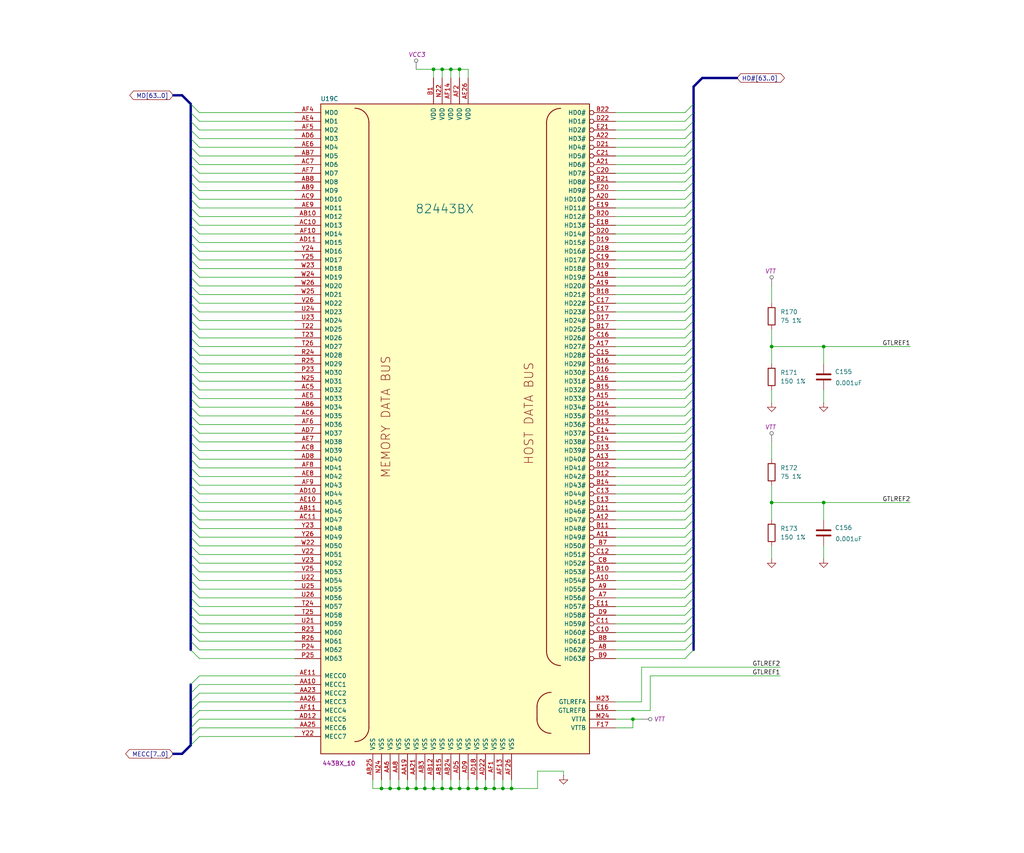
<source format=kicad_sch>
(kicad_sch (version 20241004) (generator "eeschema") (generator_version "8.99")
  (paper "User" 300 250)
  (title_block (title "82443BX MD/HD BUS") (date "Thursday, April 09, 1998") (rev "1.0"))
  (lib_symbols
    (symbol "Device:C" (pin_numbers (hide yes)) (pin_names (offset 0.254))
      (property "Reference" "C" (at 0.635 2.54 0))
      (property "Value" "C" (at 0.635 -2.54 0))
      (symbol "C_1_1"
        (pin passive line (at 0 3.81 270) (length 2.794) (name "~") (number "1"))
        (pin passive line (at 0 -3.81 90) (length 2.794) (name "~") (number "2"))
      )
    )
    (symbol "Device:R" (pin_numbers (hide yes)) (pin_names (offset 0))
      (property "Reference" "R" (at 2.032 0 90))
      (property "Value" "R" (at 0 0 90))
      (symbol "R_1_1"
        (pin passive line (at 0 3.81 270) (length 1.27) (name "~") (number "1"))
        (pin passive line (at 0 -3.81 90) (length 1.27) (name "~") (number "2"))
      )
    )
    (symbol "P2-3_era:440BX_Chipset" (pin_names (offset 1.016))
      (property "Reference" "U" (at -38.862 107.188 0))
      (property "Value" "82443BX" (at -0.762 78.232 0))
      (symbol "440BX_Chipset_1_1"
        (text "SYSTEM INTERFACE" (at -19.05 27.686 900) (effects (font (size 2.54 2.54))))
        (text "DRAM INTERFACE" (at 16.764 17.526 900) (effects (font (size 2.54 2.54))))
        (pin bidirectional inverted (at -48.26 101.6 0) (length 7.62) (name "HA3#") (number "G25"))
        (pin bidirectional inverted (at -48.26 99.06 0) (length 7.62) (name "HA4#") (number "H22"))
        (pin bidirectional inverted (at -48.26 96.52 0) (length 7.62) (name "HA5#") (number "G23"))
        (pin bidirectional inverted (at -48.26 93.98 0) (length 7.62) (name "HA6#") (number "H23"))
        (pin bidirectional inverted (at -48.26 91.44 0) (length 7.62) (name "HA7#") (number "G24"))
        (pin bidirectional inverted (at -48.26 88.9 0) (length 7.62) (name "HA8#") (number "F26"))
        (pin bidirectional inverted (at -48.26 86.36 0) (length 7.62) (name "HA9#") (number "G26"))
        (pin bidirectional inverted (at -48.26 83.82 0) (length 7.62) (name "HA10#") (number "G22"))
        (pin bidirectional inverted (at -48.26 81.28 0) (length 7.62) (name "HA11#") (number "F22"))
        (pin bidirectional inverted (at -48.26 78.74 0) (length 7.62) (name "HA12#") (number "F23"))
        (pin bidirectional inverted (at -48.26 76.2 0) (length 7.62) (name "HA13#") (number "F24"))
        (pin bidirectional inverted (at -48.26 73.66 0) (length 7.62) (name "HA14#") (number "F25"))
        (pin bidirectional inverted (at -48.26 71.12 0) (length 7.62) (name "HA15#") (number "E23"))
        (pin bidirectional inverted (at -48.26 68.58 0) (length 7.62) (name "HA16#") (number "E26"))
        (pin bidirectional inverted (at -48.26 66.04 0) (length 7.62) (name "HA17#") (number "E25"))
        (pin bidirectional inverted (at -48.26 63.5 0) (length 7.62) (name "HA18#") (number "D25"))
        (pin bidirectional inverted (at -48.26 60.96 0) (length 7.62) (name "HA19#") (number "D26"))
        (pin bidirectional inverted (at -48.26 58.42 0) (length 7.62) (name "HA20#") (number "B25"))
        (pin bidirectional inverted (at -48.26 55.88 0) (length 7.62) (name "HA21#") (number "C26"))
        (pin bidirectional inverted (at -48.26 53.34 0) (length 7.62) (name "HA22#") (number "A25"))
        (pin bidirectional inverted (at -48.26 50.8 0) (length 7.62) (name "HA23#") (number "C25"))
        (pin bidirectional inverted (at -48.26 48.26 0) (length 7.62) (name "HA24#") (number "A24"))
        (pin bidirectional inverted (at -48.26 45.72 0) (length 7.62) (name "HA25#") (number "D24"))
        (pin bidirectional inverted (at -48.26 43.18 0) (length 7.62) (name "HA26#") (number "C23"))
        (pin bidirectional inverted (at -48.26 40.64 0) (length 7.62) (name "HA27#") (number "B24"))
        (pin bidirectional inverted (at -48.26 38.1 0) (length 7.62) (name "HA28#") (number "C24"))
        (pin bidirectional inverted (at -48.26 35.56 0) (length 7.62) (name "HA29#") (number "A23"))
        (pin bidirectional inverted (at -48.26 33.02 0) (length 7.62) (name "HA30#") (number "E22"))
        (pin bidirectional inverted (at -48.26 30.48 0) (length 7.62) (name "HA31#") (number "D23"))
        (pin output inverted (at -48.26 25.4 0) (length 7.62) (name "CPURST#") (number "B23"))
        (pin bidirectional inverted (at -48.26 22.86 0) (length 7.62) (name "ADS#") (number "K21"))
        (pin bidirectional inverted (at -48.26 20.32 0) (length 7.62) (name "BNR#") (number "H24"))
        (pin output inverted (at -48.26 17.78 0) (length 7.62) (name "BPRI#") (number "H26"))
        (pin bidirectional inverted (at -48.26 12.7 0) (length 7.62) (name "DBSY#") (number "L23"))
        (pin output inverted (at -48.26 10.16 0) (length 7.62) (name "DEFER#") (number "J26"))
        (pin bidirectional inverted (at -48.26 7.62 0) (length 7.62) (name "DRDY#") (number "K23"))
        (pin bidirectional inverted (at -48.26 5.08 0) (length 7.62) (name "HIT#") (number "L24"))
        (pin bidirectional inverted (at -48.26 2.54 0) (length 7.62) (name "HITM#") (number "L22"))
        (pin input inverted (at -48.26 0 0) (length 7.62) (name "HLOCK#") (number "K22"))
        (pin bidirectional inverted (at -48.26 -2.54 0) (length 7.62) (name "HTRDY#") (number "H25"))
        (pin output inverted (at -48.26 -5.08 0) (length 7.62) (name "BREQ0#") (number "B26"))
        (pin bidirectional inverted (at -48.26 -10.16 0) (length 7.62) (name "RS#0") (number "K26"))
        (pin bidirectional inverted (at -48.26 -12.7 0) (length 7.62) (name "RS#1") (number "L26"))
        (pin bidirectional inverted (at -48.26 -15.24 0) (length 7.62) (name "RS#2") (number "L25"))
        (pin bidirectional inverted (at -48.26 -20.32 0) (length 7.62) (name "HREQ#0") (number "J22"))
        (pin bidirectional inverted (at -48.26 -22.86 0) (length 7.62) (name "HREQ#1") (number "J23"))
        (pin bidirectional inverted (at -48.26 -25.4 0) (length 7.62) (name "HREQ#2") (number "K24"))
        (pin bidirectional inverted (at -48.26 -27.94 0) (length 7.62) (name "HREQ#3") (number "K25"))
        (pin bidirectional inverted (at -48.26 -30.48 0) (length 7.62) (name "HREQ#4") (number "J25"))
        (pin input clock (at -48.26 -45.72 0) (length 7.62) (name "HCLKIN") (number "N23"))
        (pin input inverted (at -48.26 -50.8 0) (length 7.62) (name "TESTIN#") (number "M25"))
        (pin output inverted (at -48.26 -53.34 0) (length 7.62) (name "CRESET#") (number "M26"))
        (pin input inverted (at -48.26 -58.42 0) (length 7.62) (name "PCIRST#") (number "A3"))
        (pin no_connect line (at -48.26 -76.2 0) (length 7.62) (name "RESVA") (number "AE22"))
        (pin no_connect line (at -48.26 -78.74 0) (length 7.62) (name "RESVB") (number "AE23"))
        (pin no_connect line (at -48.26 -81.28 0) (length 7.62) (name "RESVC") (number "P22"))
        (pin power_in line (at -25.4 -109.22 90) (length 7.62) (name "VSS") (number "A1"))
        (pin power_in line (at -22.86 -109.22 90) (length 7.62) (name "VSS") (number "A14"))
        (pin power_in line (at -20.32 -109.22 90) (length 7.62) (name "VSS") (number "A26"))
        (pin power_in line (at -17.78 -109.22 90) (length 7.62) (name "VSS") (number "C5"))
        (pin power_in line (at -15.24 111.76 270) (length 7.62) (name "VDD") (number "V21"))
        (pin power_in line (at -15.24 -109.22 90) (length 7.62) (name "VSS") (number "C9"))
        (pin power_in line (at -12.7 111.76 270) (length 7.62) (name "VDD") (number "Y21"))
        (pin power_in line (at -12.7 -109.22 90) (length 7.62) (name "VSS") (number "C18"))
        (pin power_in line (at -10.16 111.76 270) (length 7.62) (name "VDD") (number "F7"))
        (pin power_in line (at -10.16 -109.22 90) (length 7.62) (name "VSS") (number "C22"))
        (pin power_in line (at -7.62 111.76 270) (length 7.62) (name "VDD") (number "F9"))
        (pin power_in line (at -7.62 -109.22 90) (length 7.62) (name "VSS") (number "E3"))
        (pin power_in line (at -5.08 111.76 270) (length 7.62) (name "VDD") (number "F18"))
        (pin power_in line (at -5.08 -109.22 90) (length 7.62) (name "VSS") (number "E12"))
        (pin power_in line (at -2.54 111.76 270) (length 7.62) (name "VDD") (number "F20"))
        (pin power_in line (at -2.54 -109.22 90) (length 7.62) (name "VSS") (number "E15"))
        (pin power_in line (at 0 111.76 270) (length 7.62) (name "VDD") (number "G6"))
        (pin power_in line (at 0 -109.22 90) (length 7.62) (name "VSS") (number "E24"))
        (pin power_in line (at 2.54 111.76 270) (length 7.62) (name "VDD") (number "G21"))
        (pin power_in line (at 2.54 -109.22 90) (length 7.62) (name "VSS") (number "F6"))
        (pin power_in line (at 5.08 111.76 270) (length 7.62) (name "VDD") (number "J6"))
        (pin power_in line (at 5.08 -109.22 90) (length 7.62) (name "VSS") (number "F8"))
        (pin power_in line (at 7.62 111.76 270) (length 7.62) (name "VDD") (number "J21"))
        (pin power_in line (at 7.62 -109.22 90) (length 7.62) (name "VSS") (number "F19"))
        (pin power_in line (at 10.16 111.76 270) (length 7.62) (name "VDD") (number "AA7"))
        (pin power_in line (at 10.16 -109.22 90) (length 7.62) (name "VSS") (number "F21"))
        (pin power_in line (at 12.7 111.76 270) (length 7.62) (name "VDD") (number "AA9"))
        (pin power_in line (at 12.7 -109.22 90) (length 7.62) (name "VSS") (number "H6"))
        (pin power_in line (at 15.24 111.76 270) (length 7.62) (name "VDD") (number "AA18"))
        (pin power_in line (at 15.24 -109.22 90) (length 7.62) (name "VSS") (number "H21"))
        (pin power_in line (at 17.78 111.76 270) (length 7.62) (name "VDD") (number "AA20"))
        (pin power_in line (at 17.78 -109.22 90) (length 7.62) (name "VSS") (number "J3"))
        (pin power_in line (at 20.32 -109.22 90) (length 7.62) (name "VSS") (number "J24"))
        (pin output line (at 48.26 101.6 180) (length 7.62) (name "MAA0") (number "AF17"))
        (pin output line (at 48.26 99.06 180) (length 7.62) (name "MAA1") (number "AB16"))
        (pin output line (at 48.26 96.52 180) (length 7.62) (name "MAA2") (number "AE17"))
        (pin output line (at 48.26 93.98 180) (length 7.62) (name "MAA3") (number "AC17"))
        (pin output line (at 48.26 91.44 180) (length 7.62) (name "MAA4") (number "AF18"))
        (pin output line (at 48.26 88.9 180) (length 7.62) (name "MAA5") (number "AE19"))
        (pin output line (at 48.26 86.36 180) (length 7.62) (name "MAA6") (number "AF19"))
        (pin output line (at 48.26 83.82 180) (length 7.62) (name "MAA7") (number "AC18"))
        (pin output line (at 48.26 81.28 180) (length 7.62) (name "MAA8") (number "AC19"))
        (pin output line (at 48.26 78.74 180) (length 7.62) (name "MAA9") (number "AE20"))
        (pin output line (at 48.26 76.2 180) (length 7.62) (name "MAA10") (number "AD20"))
        (pin output line (at 48.26 73.66 180) (length 7.62) (name "MAA11") (number "AF21"))
        (pin output line (at 48.26 71.12 180) (length 7.62) (name "MAA12") (number "AC21"))
        (pin output line (at 48.26 68.58 180) (length 7.62) (name "MAA13") (number "AF25"))
        (pin output inverted (at 48.26 63.5 180) (length 7.62) (name "MAB0#") (number "AD16"))
        (pin output inverted (at 48.26 60.96 180) (length 7.62) (name "MAB1#") (number "AC16"))
        (pin output inverted (at 48.26 58.42 180) (length 7.62) (name "MAB2#") (number "AD17"))
        (pin output inverted (at 48.26 55.88 180) (length 7.62) (name "MAB3#") (number "AB17"))
        (pin output inverted (at 48.26 53.34 180) (length 7.62) (name "MAB4#") (number "AE18"))
        (pin output inverted (at 48.26 50.8 180) (length 7.62) (name "MAB5#") (number "AD19"))
        (pin output inverted (at 48.26 48.26 180) (length 7.62) (name "MAB6#") (number "AB18"))
        (pin output inverted (at 48.26 45.72 180) (length 7.62) (name "MAB7#") (number "AB19"))
        (pin output inverted (at 48.26 43.18 180) (length 7.62) (name "MAB8#") (number "AF20"))
        (pin output inverted (at 48.26 40.64 180) (length 7.62) (name "MAB9#") (number "AC20"))
        (pin output line (at 48.26 38.1 180) (length 7.62) (name "MAB10") (number "AB20"))
        (pin output inverted (at 48.26 35.56 180) (length 7.62) (name "MAB11#") (number "AE21"))
        (pin output inverted (at 48.26 33.02 180) (length 7.62) (name "MAB12#") (number "AD21"))
        (pin output line (at 48.26 30.48 180) (length 7.62) (name "MAB13") (number "AF22"))
        (pin output inverted (at 48.26 25.4 180) (length 7.62) (name "CSA0#/RASA0#") (number "AB14"))
        (pin output inverted (at 48.26 22.86 180) (length 7.62) (name "CSA1#/RASA1#") (number "AF15"))
        (pin output inverted (at 48.26 20.32 180) (length 7.62) (name "CSA2#/RASA2#") (number "AE15"))
        (pin output inverted (at 48.26 17.78 180) (length 7.62) (name "CSA3#/RASA3#") (number "AC15"))
        (pin output inverted (at 48.26 15.24 180) (length 7.62) (name "CSA4#/RASA4#") (number "AD15"))
        (pin output inverted (at 48.26 12.7 180) (length 7.62) (name "CSA5#/RASA5#") (number "AE16"))
        (pin output inverted (at 48.26 10.16 180) (length 7.62) (name "CSA6#/CKE2") (number "AE24"))
        (pin output inverted (at 48.26 7.62 180) (length 7.62) (name "CSA7#/CKE3") (number "AD23"))
        (pin output inverted (at 48.26 2.54 180) (length 7.62) (name "CSB0#/RASB0#") (number "AE25"))
        (pin output inverted (at 48.26 0 180) (length 7.62) (name "CSB1#/RASB1#") (number "AD24"))
        (pin output inverted (at 48.26 -2.54 180) (length 7.62) (name "CSB2#/RASB2#") (number "AD26"))
        (pin output inverted (at 48.26 -5.08 180) (length 7.62) (name "CSB3#/RASB3#") (number "AC24"))
        (pin output inverted (at 48.26 -7.62 180) (length 7.62) (name "CSB4#/RASB4#") (number "AC26"))
        (pin output inverted (at 48.26 -10.16 180) (length 7.62) (name "CSB5#/RASB5#") (number "AB23"))
        (pin output inverted (at 48.26 -12.7 180) (length 7.62) (name "CKE4#/CSB6") (number "AC23"))
        (pin output inverted (at 48.26 -15.24 180) (length 7.62) (name "CKE5#/CSB7") (number "AF24"))
        (pin output line (at 48.26 -20.32 180) (length 7.62) (name "DQMA0/CASA0#") (number "AD13"))
        (pin output line (at 48.26 -22.86 180) (length 7.62) (name "DQMA1/CASA1#") (number "AC13"))
        (pin output line (at 48.26 -25.4 180) (length 7.62) (name "DQMA2/CASA2#") (number "AC25"))
        (pin output line (at 48.26 -27.94 180) (length 7.62) (name "DQMA3/CASA3#") (number "AB26"))
        (pin output line (at 48.26 -30.48 180) (length 7.62) (name "DQMA4/CASA4#") (number "AE14"))
        (pin output line (at 48.26 -33.02 180) (length 7.62) (name "DQMA5/CASA5#") (number "AC14"))
        (pin output line (at 48.26 -35.56 180) (length 7.62) (name "DQMA6/CASA6#") (number "AA22"))
        (pin output line (at 48.26 -38.1 180) (length 7.62) (name "DQMA7/CASA7#") (number "AA24"))
        (pin output line (at 48.26 -43.18 180) (length 7.62) (name "DQMB1/CASB1#") (number "AE13"))
        (pin output line (at 48.26 -45.72 180) (length 7.62) (name "DQMB5/CASB5#") (number "AD14"))
        (pin output line (at 48.26 -50.8 180) (length 7.62) (name "CKE0/FENA") (number "AC22"))
        (pin output line (at 48.26 -53.34 180) (length 7.62) (name "CKE1/GCKE") (number "AF23"))
        (pin output inverted (at 48.26 -60.96 180) (length 7.62) (name "SRAS_A#") (number "AF16"))
        (pin output inverted (at 48.26 -63.5 180) (length 7.62) (name "SRAS_B#") (number "AA17"))
        (pin output inverted (at 48.26 -66.04 180) (length 7.62) (name "SCAS_A#") (number "AF12"))
        (pin output inverted (at 48.26 -68.58 180) (length 7.62) (name "SCAS_B#") (number "AB13"))
        (pin output inverted (at 48.26 -73.66 180) (length 7.62) (name "WE_A#") (number "AE12"))
        (pin output inverted (at 48.26 -76.2 180) (length 7.62) (name "WE_B#") (number "AC12"))
        (pin output line (at 48.26 -81.28 180) (length 7.62) (name "DCLKO") (number "AB21"))
        (pin input clock (at 48.26 -83.82 180) (length 7.62) (name "DCLKWR") (number "AD25"))
        (pin input clock (at 48.26 -86.36 180) (length 7.62) (name "DCLKRD") (number "AB22"))
      )
      (symbol "440BX_Chipset_2_1"
        (text "PCI INTERFACE" (at -23.9789 21.9728 900) (effects (font (size 2.54 2.54))))
        (text "PCI ARB & PWR MGT" (at -18.8989 -47.3692 900) (effects (font (size 2.54 2.54))))
        (text "AGP INTERFACE" (at 25.5511 14.3528 900) (effects (font (size 2.54 2.54))))
        (pin bidirectional line (at -53.34 96.52 0) (length 7.62) (name "AD0") (number "K6"))
        (pin bidirectional line (at -53.34 93.98 0) (length 7.62) (name "AD1") (number "K2"))
        (pin bidirectional line (at -53.34 91.44 0) (length 7.62) (name "AD2") (number "K4"))
        (pin bidirectional line (at -53.34 88.9 0) (length 7.62) (name "AD3") (number "K3"))
        (pin bidirectional line (at -53.34 86.36 0) (length 7.62) (name "AD4") (number "K5"))
        (pin bidirectional line (at -53.34 83.82 0) (length 7.62) (name "AD5") (number "J1"))
        (pin bidirectional line (at -53.34 81.28 0) (length 7.62) (name "AD6") (number "J2"))
        (pin bidirectional line (at -53.34 78.74 0) (length 7.62) (name "AD7") (number "H2"))
        (pin bidirectional line (at -53.34 76.2 0) (length 7.62) (name "AD8") (number "H1"))
        (pin bidirectional line (at -53.34 73.66 0) (length 7.62) (name "AD9") (number "J5"))
        (pin bidirectional line (at -53.34 71.12 0) (length 7.62) (name "AD10") (number "H3"))
        (pin bidirectional line (at -53.34 68.58 0) (length 7.62) (name "AD11") (number "H5"))
        (pin bidirectional line (at -53.34 66.04 0) (length 7.62) (name "AD12") (number "H4"))
        (pin bidirectional line (at -53.34 63.5 0) (length 7.62) (name "AD13") (number "G1"))
        (pin bidirectional line (at -53.34 60.96 0) (length 7.62) (name "AD14") (number "G2"))
        (pin bidirectional line (at -53.34 58.42 0) (length 7.62) (name "AD15") (number "G4"))
        (pin bidirectional line (at -53.34 55.88 0) (length 7.62) (name "AD16") (number "D1"))
        (pin bidirectional line (at -53.34 53.34 0) (length 7.62) (name "AD17") (number "D3"))
        (pin bidirectional line (at -53.34 50.8 0) (length 7.62) (name "AD18") (number "D2"))
        (pin bidirectional line (at -53.34 48.26 0) (length 7.62) (name "AD19") (number "C1"))
        (pin bidirectional line (at -53.34 45.72 0) (length 7.62) (name "AD20") (number "A2"))
        (pin bidirectional line (at -53.34 43.18 0) (length 7.62) (name "AD21") (number "C3"))
        (pin bidirectional line (at -53.34 40.64 0) (length 7.62) (name "AD22") (number "B3"))
        (pin bidirectional line (at -53.34 38.1 0) (length 7.62) (name "AD23") (number "D4"))
        (pin bidirectional line (at -53.34 35.56 0) (length 7.62) (name "AD24") (number "E5"))
        (pin bidirectional line (at -53.34 33.02 0) (length 7.62) (name "AD25") (number "A4"))
        (pin bidirectional line (at -53.34 30.48 0) (length 7.62) (name "AD26") (number "D5"))
        (pin bidirectional line (at -53.34 27.94 0) (length 7.62) (name "AD27") (number "B4"))
        (pin bidirectional line (at -53.34 25.4 0) (length 7.62) (name "AD28") (number "B5"))
        (pin bidirectional line (at -53.34 22.86 0) (length 7.62) (name "AD29") (number "A5"))
        (pin bidirectional line (at -53.34 20.32 0) (length 7.62) (name "AD30") (number "E6"))
        (pin bidirectional line (at -53.34 17.78 0) (length 7.62) (name "AD31") (number "C6"))
        (pin bidirectional inverted (at -53.34 12.7 0) (length 7.62) (name "C/BE0#") (number "J4"))
        (pin bidirectional inverted (at -53.34 10.16 0) (length 7.62) (name "C/BE1#") (number "G3"))
        (pin bidirectional inverted (at -53.34 7.62 0) (length 7.62) (name "C/BE2#") (number "E4"))
        (pin bidirectional inverted (at -53.34 5.08 0) (length 7.62) (name "C/BE3#") (number "C4"))
        (pin bidirectional inverted (at -53.34 0 0) (length 7.62) (name "FRAME#") (number "E2"))
        (pin bidirectional inverted (at -53.34 -2.54 0) (length 7.62) (name "DEVSEL#") (number "F3"))
        (pin bidirectional inverted (at -53.34 -5.08 0) (length 7.62) (name "IRDY#") (number "E1"))
        (pin bidirectional inverted (at -53.34 -7.62 0) (length 7.62) (name "TRDY#") (number "F5"))
        (pin bidirectional inverted (at -53.34 -10.16 0) (length 7.62) (name "STOP#") (number "F4"))
        (pin bidirectional line (at -53.34 -12.7 0) (length 7.62) (name "PAR") (number "G5"))
        (pin bidirectional inverted (at -53.34 -15.24 0) (length 7.62) (name "SERR#") (number "F1"))
        (pin bidirectional inverted (at -53.34 -17.78 0) (length 7.62) (name "PLOCK#") (number "F2"))
        (pin input inverted (at -53.34 -22.86 0) (length 7.62) (name "PHOLD#") (number "B6"))
        (pin output inverted (at -53.34 -25.4 0) (length 7.62) (name "PHLDA#") (number "D6"))
        (pin unspecified inverted (at -53.34 -27.94 0) (length 7.62) (name "WSC#") (number "AE3"))
        (pin input inverted (at -53.34 -35.56 0) (length 7.62) (name "PREQ0#") (number "A6"))
        (pin input inverted (at -53.34 -38.1 0) (length 7.62) (name "PREQ1#") (number "C7"))
        (pin input inverted (at -53.34 -40.64 0) (length 7.62) (name "PREQ2#") (number "F10"))
        (pin input inverted (at -53.34 -43.18 0) (length 7.62) (name "PREQ3#") (number "D8"))
        (pin output inverted (at -53.34 -45.72 0) (length 7.62) (name "PREQ4#") (number "D10"))
        (pin input inverted (at -53.34 -48.26 0) (length 7.62) (name "SUSTAT#") (number "AD4"))
        (pin output inverted (at -53.34 -53.34 0) (length 7.62) (name "PGNT0#") (number "E7"))
        (pin output inverted (at -53.34 -55.88 0) (length 7.62) (name "PGNT1#") (number "D7"))
        (pin output inverted (at -53.34 -58.42 0) (length 7.62) (name "PGNT2#") (number "E10"))
        (pin output inverted (at -53.34 -60.96 0) (length 7.62) (name "PGNT3#") (number "E8"))
        (pin output inverted (at -53.34 -63.5 0) (length 7.62) (name "PGNT4#") (number "E9"))
        (pin input line (at -53.34 -66.04 0) (length 7.62) (name "BX-PWROK") (number "AF3"))
        (pin unspecified inverted (at -53.34 -68.58 0) (length 7.62) (name "CLKRUN#") (number "AC4"))
        (pin input line (at -53.34 -71.12 0) (length 7.62) (name "REFVCC5") (number "C2"))
        (pin input clock (at -53.34 -73.66 0) (length 7.62) (name "PCLKIN") (number "B2"))
        (pin power_in line (at -33.02 -104.14 90) (length 7.62) (name "VSS") (number "N1"))
        (pin power_in line (at -30.48 -104.14 90) (length 7.62) (name "VSS") (number "M5"))
        (pin power_in line (at -27.94 -104.14 90) (length 7.62) (name "VSS") (number "L12"))
        (pin power_in line (at -25.4 -104.14 90) (length 7.62) (name "VSS") (number "L15"))
        (pin power_in line (at -22.86 106.68 270) (length 7.62) (name "VDD") (number "L11"))
        (pin power_in line (at -22.86 -104.14 90) (length 7.62) (name "VSS") (number "M11"))
        (pin power_in line (at -20.32 106.68 270) (length 7.62) (name "VDD") (number "L13"))
        (pin power_in line (at -20.32 -104.14 90) (length 7.62) (name "VSS") (number "M13"))
        (pin power_in line (at -17.78 106.68 270) (length 7.62) (name "VDD") (number "L14"))
        (pin power_in line (at -17.78 -104.14 90) (length 7.62) (name "VSS") (number "M14"))
        (pin power_in line (at -15.24 106.68 270) (length 7.62) (name "VDD") (number "L16"))
        (pin power_in line (at -15.24 -104.14 90) (length 7.62) (name "VSS") (number "M16"))
        (pin power_in line (at -12.7 106.68 270) (length 7.62) (name "VDD") (number "M12"))
        (pin power_in line (at -12.7 -104.14 90) (length 7.62) (name "VSS") (number "M22"))
        (pin power_in line (at -10.16 106.68 270) (length 7.62) (name "VDD") (number "M15"))
        (pin power_in line (at -10.16 -104.14 90) (length 7.62) (name "VSS") (number "N12"))
        (pin power_in line (at -7.62 106.68 270) (length 7.62) (name "VDD") (number "N11"))
        (pin power_in line (at -7.62 -104.14 90) (length 7.62) (name "VSS") (number "N13"))
        (pin power_in line (at -5.08 106.68 270) (length 7.62) (name "VDD") (number "N16"))
        (pin power_in line (at -5.08 -104.14 90) (length 7.62) (name "VSS") (number "N14"))
        (pin power_in line (at -2.54 106.68 270) (length 7.62) (name "VDD") (number "P11"))
        (pin power_in line (at -2.54 -104.14 90) (length 7.62) (name "VSS") (number "N15"))
        (pin power_in line (at 0 106.68 270) (length 7.62) (name "VDD") (number "P16"))
        (pin power_in line (at 0 -104.14 90) (length 7.62) (name "VSS") (number "P12"))
        (pin power_in line (at 2.54 106.68 270) (length 7.62) (name "VDD") (number "R12"))
        (pin power_in line (at 2.54 -104.14 90) (length 7.62) (name "VSS") (number "P13"))
        (pin power_in line (at 5.08 106.68 270) (length 7.62) (name "VDD") (number "R15"))
        (pin power_in line (at 5.08 -104.14 90) (length 7.62) (name "VSS") (number "P14"))
        (pin power_in line (at 7.62 106.68 270) (length 7.62) (name "VDD") (number "T11"))
        (pin power_in line (at 7.62 -104.14 90) (length 7.62) (name "VSS") (number "P15"))
        (pin power_in line (at 10.16 106.68 270) (length 7.62) (name "VDD") (number "T13"))
        (pin power_in line (at 10.16 -104.14 90) (length 7.62) (name "VSS") (number "P26"))
        (pin power_in line (at 12.7 106.68 270) (length 7.62) (name "VDD") (number "T14"))
        (pin power_in line (at 12.7 -104.14 90) (length 7.62) (name "VSS") (number "T12"))
        (pin power_in line (at 15.24 106.68 270) (length 7.62) (name "VDD") (number "T16"))
        (pin power_in line (at 15.24 -104.14 90) (length 7.62) (name "VSS") (number "T15"))
        (pin power_in line (at 17.78 106.68 270) (length 7.62) (name "VDD") (number "N26"))
        (pin power_in line (at 17.78 -104.14 90) (length 7.62) (name "VSS") (number "R5"))
        (pin power_in line (at 20.32 -104.14 90) (length 7.62) (name "VSS") (number "R11"))
        (pin power_in line (at 22.86 106.68 270) (length 7.62) (name "VDD") (number "P1"))
        (pin power_in line (at 22.86 -104.14 90) (length 7.62) (name "VSS") (number "R13"))
        (pin power_in line (at 25.4 106.68 270) (length 7.62) (name "VDD") (number "AE1"))
        (pin power_in line (at 25.4 -104.14 90) (length 7.62) (name "VSS") (number "R14"))
        (pin power_in line (at 27.94 106.68 270) (length 7.62) (name "VDD") (number "V6"))
        (pin power_in line (at 27.94 -104.14 90) (length 7.62) (name "VSS") (number "R16"))
        (pin power_in line (at 30.48 106.68 270) (length 7.62) (name "VDD") (number "Y6"))
        (pin power_in line (at 30.48 -104.14 90) (length 7.62) (name "VSS") (number "R22"))
        (pin power_in line (at 33.02 -104.14 90) (length 7.62) (name "VSS") (number "V3"))
        (pin power_in line (at 35.56 -104.14 90) (length 7.62) (name "VSS") (number "V24"))
        (pin power_in line (at 38.1 -104.14 90) (length 7.62) (name "VSS") (number "W6"))
        (pin power_in line (at 40.64 -104.14 90) (length 7.62) (name "VSS") (number "W21"))
        (pin bidirectional line (at 55.88 96.52 180) (length 7.62) (name "GAD0") (number "AB5"))
        (pin bidirectional line (at 55.88 93.98 180) (length 7.62) (name "GAD1") (number "AE2"))
        (pin bidirectional line (at 55.88 91.44 180) (length 7.62) (name "GAD2") (number "AD3"))
        (pin bidirectional line (at 55.88 88.9 180) (length 7.62) (name "GAD3") (number "AD2"))
        (pin bidirectional line (at 55.88 86.36 180) (length 7.62) (name "GAD4") (number "AD1"))
        (pin bidirectional line (at 55.88 83.82 180) (length 7.62) (name "GAD5") (number "AC3"))
        (pin bidirectional line (at 55.88 81.28 180) (length 7.62) (name "GAD6") (number "AC1"))
        (pin bidirectional line (at 55.88 78.74 180) (length 7.62) (name "GAD7") (number "AB4"))
        (pin bidirectional line (at 55.88 76.2 180) (length 7.62) (name "GAD8") (number "AB1"))
        (pin bidirectional line (at 55.88 73.66 180) (length 7.62) (name "GAD9") (number "AA5"))
        (pin bidirectional line (at 55.88 71.12 180) (length 7.62) (name "GAD10") (number "AA3"))
        (pin bidirectional line (at 55.88 68.58 180) (length 7.62) (name "GAD11") (number "AA4"))
        (pin bidirectional line (at 55.88 66.04 180) (length 7.62) (name "GAD12") (number "AA2"))
        (pin bidirectional line (at 55.88 63.5 180) (length 7.62) (name "GAD13") (number "AA1"))
        (pin bidirectional line (at 55.88 60.96 180) (length 7.62) (name "GAD14") (number "Y5"))
        (pin bidirectional line (at 55.88 58.42 180) (length 7.62) (name "GAD15") (number "Y3"))
        (pin bidirectional line (at 55.88 55.88 180) (length 7.62) (name "GAD16") (number "W1"))
        (pin bidirectional line (at 55.88 53.34 180) (length 7.62) (name "GAD17") (number "V2"))
        (pin bidirectional line (at 55.88 50.8 180) (length 7.62) (name "GAD18") (number "W2"))
        (pin bidirectional line (at 55.88 48.26 180) (length 7.62) (name "GAD19") (number "U5"))
        (pin bidirectional line (at 55.88 45.72 180) (length 7.62) (name "GAD20") (number "V1"))
        (pin bidirectional line (at 55.88 43.18 180) (length 7.62) (name "GAD21") (number "U4"))
        (pin bidirectional line (at 55.88 40.64 180) (length 7.62) (name "GAD22") (number "U3"))
        (pin bidirectional line (at 55.88 38.1 180) (length 7.62) (name "GAD23") (number "U1"))
        (pin bidirectional line (at 55.88 35.56 180) (length 7.62) (name "GAD24") (number "T3"))
        (pin bidirectional line (at 55.88 33.02 180) (length 7.62) (name "GAD25") (number "T4"))
        (pin bidirectional line (at 55.88 30.48 180) (length 7.62) (name "GAD26") (number "T2"))
        (pin bidirectional line (at 55.88 27.94 180) (length 7.62) (name "GAD27") (number "T1"))
        (pin bidirectional line (at 55.88 25.4 180) (length 7.62) (name "GAD28") (number "U6"))
        (pin bidirectional line (at 55.88 22.86 180) (length 7.62) (name "GAD29") (number "R3"))
        (pin bidirectional line (at 55.88 20.32 180) (length 7.62) (name "GAD30") (number "R4"))
        (pin bidirectional line (at 55.88 17.78 180) (length 7.62) (name "GAD31") (number "R2"))
        (pin bidirectional inverted (at 55.88 12.7 180) (length 7.62) (name "GC/BE0#") (number "AB2"))
        (pin bidirectional inverted (at 55.88 10.16 180) (length 7.62) (name "GC/BE1#") (number "Y4"))
        (pin bidirectional inverted (at 55.88 7.62 180) (length 7.62) (name "GC/BE2#") (number "V4"))
        (pin bidirectional inverted (at 55.88 5.08 180) (length 7.62) (name "GC/BE3#") (number "U2"))
        (pin bidirectional inverted (at 55.88 0 180) (length 7.62) (name "GFRAME#") (number "W3"))
        (pin bidirectional inverted (at 55.88 -2.54 180) (length 7.62) (name "GDEVSEL#") (number "W5"))
        (pin bidirectional inverted (at 55.88 -5.08 180) (length 7.62) (name "GIRDY#") (number "V5"))
        (pin bidirectional inverted (at 55.88 -7.62 180) (length 7.62) (name "GTRDY#") (number "W4"))
        (pin bidirectional inverted (at 55.88 -10.16 180) (length 7.62) (name "GSTOP#") (number "Y1"))
        (pin bidirectional line (at 55.88 -12.7 180) (length 7.62) (name "GPAR") (number "Y2"))
        (pin input inverted (at 55.88 -17.78 180) (length 7.62) (name "GREQ#") (number "L5"))
        (pin input inverted (at 55.88 -20.32 180) (length 7.62) (name "GGNT#") (number "L3"))
        (pin output line (at 55.88 -25.4 180) (length 7.62) (name "GCLKO") (number "P5"))
        (pin input clock (at 55.88 -27.94 180) (length 7.62) (name "GCLKIN") (number "N5"))
        (pin input inverted (at 55.88 -35.56 180) (length 7.62) (name "PIPE#") (number "M3"))
        (pin input line (at 55.88 -38.1 180) (length 7.62) (name "SBA0") (number "K1"))
        (pin input line (at 55.88 -40.64 180) (length 7.62) (name "SBA1") (number "M2"))
        (pin input line (at 55.88 -43.18 180) (length 7.62) (name "SBA2") (number "M1"))
        (pin input line (at 55.88 -45.72 180) (length 7.62) (name "SBA3") (number "N2"))
        (pin input line (at 55.88 -48.26 180) (length 7.62) (name "SBA4") (number "P2"))
        (pin input line (at 55.88 -50.8 180) (length 7.62) (name "SBA5") (number "P4"))
        (pin input line (at 55.88 -53.34 180) (length 7.62) (name "SBA6") (number "P3"))
        (pin input line (at 55.88 -55.88 180) (length 7.62) (name "SBA7") (number "R1"))
        (pin input inverted (at 55.88 -60.96 180) (length 7.62) (name "RBF#") (number "M4"))
        (pin output line (at 55.88 -66.04 180) (length 7.62) (name "ST0") (number "L4"))
        (pin output line (at 55.88 -68.58 180) (length 7.62) (name "ST1") (number "L2"))
        (pin output line (at 55.88 -71.12 180) (length 7.62) (name "ST2") (number "L1"))
        (pin bidirectional line (at 55.88 -76.2 180) (length 7.62) (name "ADSTB_B") (number "T5"))
        (pin bidirectional line (at 55.88 -78.74 180) (length 7.62) (name "ADSTB_A") (number "AC2"))
        (pin input line (at 55.88 -81.28 180) (length 7.62) (name "SBSTB") (number "N3"))
        (pin input line (at 55.88 -86.36 180) (length 7.62) (name "AGPREF") (number "N4"))
      )
      (symbol "440BX_Chipset_3_1"
        (text "MEMORY DATA BUS" (at -19.05 4.826 900) (effects (font (size 2.54 2.54))))
        (text "HOST DATA BUS" (at 22.86 5.842 900) (effects (font (size 2.54 2.54))))
        (pin bidirectional line (at -45.72 93.98 0) (length 7.62) (name "MD0") (number "AF4"))
        (pin bidirectional line (at -45.72 91.44 0) (length 7.62) (name "MD1") (number "AE4"))
        (pin bidirectional line (at -45.72 88.9 0) (length 7.62) (name "MD2") (number "AF5"))
        (pin bidirectional line (at -45.72 86.36 0) (length 7.62) (name "MD3") (number "AD6"))
        (pin bidirectional line (at -45.72 83.82 0) (length 7.62) (name "MD4") (number "AE6"))
        (pin bidirectional line (at -45.72 81.28 0) (length 7.62) (name "MD5") (number "AB7"))
        (pin bidirectional line (at -45.72 78.74 0) (length 7.62) (name "MD6") (number "AC7"))
        (pin bidirectional line (at -45.72 76.2 0) (length 7.62) (name "MD7") (number "AF7"))
        (pin bidirectional line (at -45.72 73.66 0) (length 7.62) (name "MD8") (number "AB8"))
        (pin bidirectional line (at -45.72 71.12 0) (length 7.62) (name "MD9") (number "AB9"))
        (pin bidirectional line (at -45.72 68.58 0) (length 7.62) (name "MD10") (number "AC9"))
        (pin bidirectional line (at -45.72 66.04 0) (length 7.62) (name "MD11") (number "AE9"))
        (pin bidirectional line (at -45.72 63.5 0) (length 7.62) (name "MD12") (number "AB10"))
        (pin bidirectional line (at -45.72 60.96 0) (length 7.62) (name "MD13") (number "AC10"))
        (pin bidirectional line (at -45.72 58.42 0) (length 7.62) (name "MD14") (number "AF10"))
        (pin bidirectional line (at -45.72 55.88 0) (length 7.62) (name "MD15") (number "AD11"))
        (pin bidirectional line (at -45.72 53.34 0) (length 7.62) (name "MD16") (number "Y24"))
        (pin bidirectional line (at -45.72 50.8 0) (length 7.62) (name "MD17") (number "Y25"))
        (pin bidirectional line (at -45.72 48.26 0) (length 7.62) (name "MD18") (number "W23"))
        (pin bidirectional line (at -45.72 45.72 0) (length 7.62) (name "MD19") (number "W24"))
        (pin bidirectional line (at -45.72 43.18 0) (length 7.62) (name "MD20") (number "W26"))
        (pin bidirectional line (at -45.72 40.64 0) (length 7.62) (name "MD21") (number "W25"))
        (pin bidirectional line (at -45.72 38.1 0) (length 7.62) (name "MD22") (number "V26"))
        (pin bidirectional line (at -45.72 35.56 0) (length 7.62) (name "MD23") (number "U24"))
        (pin bidirectional line (at -45.72 33.02 0) (length 7.62) (name "MD24") (number "U23"))
        (pin bidirectional line (at -45.72 30.48 0) (length 7.62) (name "MD25") (number "T22"))
        (pin bidirectional line (at -45.72 27.94 0) (length 7.62) (name "MD26") (number "T23"))
        (pin bidirectional line (at -45.72 25.4 0) (length 7.62) (name "MD27") (number "T26"))
        (pin bidirectional line (at -45.72 22.86 0) (length 7.62) (name "MD28") (number "R24"))
        (pin bidirectional line (at -45.72 20.32 0) (length 7.62) (name "MD29") (number "R25"))
        (pin bidirectional line (at -45.72 17.78 0) (length 7.62) (name "MD30") (number "P23"))
        (pin bidirectional line (at -45.72 15.24 0) (length 7.62) (name "MD31") (number "N25"))
        (pin bidirectional line (at -45.72 12.7 0) (length 7.62) (name "MD32") (number "AC5"))
        (pin bidirectional line (at -45.72 10.16 0) (length 7.62) (name "MD33") (number "AE5"))
        (pin bidirectional line (at -45.72 7.62 0) (length 7.62) (name "MD34") (number "AB6"))
        (pin bidirectional line (at -45.72 5.08 0) (length 7.62) (name "MD35") (number "AC6"))
        (pin bidirectional line (at -45.72 2.54 0) (length 7.62) (name "MD36") (number "AF6"))
        (pin bidirectional line (at -45.72 0 0) (length 7.62) (name "MD37") (number "AD7"))
        (pin bidirectional line (at -45.72 -2.54 0) (length 7.62) (name "MD38") (number "AE7"))
        (pin bidirectional line (at -45.72 -5.08 0) (length 7.62) (name "MD39") (number "AC8"))
        (pin bidirectional line (at -45.72 -7.62 0) (length 7.62) (name "MD40") (number "AD8"))
        (pin bidirectional line (at -45.72 -10.16 0) (length 7.62) (name "MD41") (number "AF8"))
        (pin bidirectional line (at -45.72 -12.7 0) (length 7.62) (name "MD42") (number "AE8"))
        (pin bidirectional line (at -45.72 -15.24 0) (length 7.62) (name "MD43") (number "AF9"))
        (pin bidirectional line (at -45.72 -17.78 0) (length 7.62) (name "MD44") (number "AD10"))
        (pin bidirectional line (at -45.72 -20.32 0) (length 7.62) (name "MD45") (number "AE10"))
        (pin bidirectional line (at -45.72 -22.86 0) (length 7.62) (name "MD46") (number "AB11"))
        (pin bidirectional line (at -45.72 -25.4 0) (length 7.62) (name "MD47") (number "AC11"))
        (pin bidirectional line (at -45.72 -27.94 0) (length 7.62) (name "MD48") (number "Y23"))
        (pin bidirectional line (at -45.72 -30.48 0) (length 7.62) (name "MD49") (number "Y26"))
        (pin bidirectional line (at -45.72 -33.02 0) (length 7.62) (name "MD50") (number "W22"))
        (pin bidirectional line (at -45.72 -35.56 0) (length 7.62) (name "MD51") (number "V22"))
        (pin bidirectional line (at -45.72 -38.1 0) (length 7.62) (name "MD52") (number "V23"))
        (pin bidirectional line (at -45.72 -40.64 0) (length 7.62) (name "MD53") (number "V25"))
        (pin bidirectional line (at -45.72 -43.18 0) (length 7.62) (name "MD54") (number "U22"))
        (pin bidirectional line (at -45.72 -45.72 0) (length 7.62) (name "MD55") (number "U25"))
        (pin bidirectional line (at -45.72 -48.26 0) (length 7.62) (name "MD56") (number "U26"))
        (pin bidirectional line (at -45.72 -50.8 0) (length 7.62) (name "MD57") (number "T24"))
        (pin bidirectional line (at -45.72 -53.34 0) (length 7.62) (name "MD58") (number "T25"))
        (pin bidirectional line (at -45.72 -55.88 0) (length 7.62) (name "MD59") (number "U21"))
        (pin bidirectional line (at -45.72 -58.42 0) (length 7.62) (name "MD60") (number "R23"))
        (pin bidirectional line (at -45.72 -60.96 0) (length 7.62) (name "MD61") (number "R26"))
        (pin bidirectional line (at -45.72 -63.5 0) (length 7.62) (name "MD62") (number "P24"))
        (pin bidirectional line (at -45.72 -66.04 0) (length 7.62) (name "MD63") (number "P25"))
        (pin bidirectional line (at -45.72 -71.12 0) (length 7.62) (name "MECC0") (number "AE11"))
        (pin bidirectional line (at -45.72 -73.66 0) (length 7.62) (name "MECC1") (number "AA10"))
        (pin bidirectional line (at -45.72 -76.2 0) (length 7.62) (name "MECC2") (number "AA23"))
        (pin bidirectional line (at -45.72 -78.74 0) (length 7.62) (name "MECC3") (number "AA26"))
        (pin bidirectional line (at -45.72 -81.28 0) (length 7.62) (name "MECC4") (number "AF11"))
        (pin bidirectional line (at -45.72 -83.82 0) (length 7.62) (name "MECC5") (number "AD12"))
        (pin bidirectional line (at -45.72 -86.36 0) (length 7.62) (name "MECC6") (number "AA25"))
        (pin bidirectional line (at -45.72 -88.9 0) (length 7.62) (name "MECC7") (number "Y22"))
        (pin power_in line (at -22.86 -101.6 90) (length 7.62) (name "VSS") (number "AB25"))
        (pin power_in line (at -20.32 -101.6 90) (length 7.62) (name "VSS") (number "N24"))
        (pin power_in line (at -17.78 -101.6 90) (length 7.62) (name "VSS") (number "AA6"))
        (pin power_in line (at -15.24 -101.6 90) (length 7.62) (name "VSS") (number "AA8"))
        (pin power_in line (at -12.7 -101.6 90) (length 7.62) (name "VSS") (number "AA19"))
        (pin power_in line (at -10.16 -101.6 90) (length 7.62) (name "VSS") (number "AA21"))
        (pin power_in line (at -7.62 -101.6 90) (length 7.62) (name "VSS") (number "AB3"))
        (pin power_in line (at -5.08 104.14 270) (length 7.62) (name "VDD") (number "B1"))
        (pin power_in line (at -5.08 -101.6 90) (length 7.62) (name "VSS") (number "AB12"))
        (pin power_in line (at -2.54 104.14 270) (length 7.62) (name "VDD") (number "N22"))
        (pin power_in line (at -2.54 -101.6 90) (length 7.62) (name "VSS") (number "AB15"))
        (pin power_in line (at 0 104.14 270) (length 7.62) (name "VDD") (number "AF14"))
        (pin power_in line (at 0 -101.6 90) (length 7.62) (name "VSS") (number "AB24"))
        (pin power_in line (at 2.54 104.14 270) (length 7.62) (name "VDD") (number "AF2"))
        (pin power_in line (at 2.54 -101.6 90) (length 7.62) (name "VSS") (number "AD5"))
        (pin power_in line (at 5.08 104.14 270) (length 7.62) (name "VDD") (number "AE26"))
        (pin power_in line (at 5.08 -101.6 90) (length 7.62) (name "VSS") (number "AD9"))
        (pin power_in line (at 7.62 -101.6 90) (length 7.62) (name "VSS") (number "AD18"))
        (pin power_in line (at 10.16 -101.6 90) (length 7.62) (name "VSS") (number "AD22"))
        (pin power_in line (at 12.7 -101.6 90) (length 7.62) (name "VSS") (number "AF1"))
        (pin power_in line (at 15.24 -101.6 90) (length 7.62) (name "VSS") (number "AF13"))
        (pin power_in line (at 17.78 -101.6 90) (length 7.62) (name "VSS") (number "AF26"))
        (pin bidirectional inverted (at 48.26 93.98 180) (length 7.62) (name "HD0#") (number "B22"))
        (pin bidirectional inverted (at 48.26 91.44 180) (length 7.62) (name "HD1#") (number "D22"))
        (pin bidirectional inverted (at 48.26 88.9 180) (length 7.62) (name "HD2#") (number "E21"))
        (pin bidirectional inverted (at 48.26 86.36 180) (length 7.62) (name "HD3#") (number "A22"))
        (pin bidirectional inverted (at 48.26 83.82 180) (length 7.62) (name "HD4#") (number "D21"))
        (pin bidirectional inverted (at 48.26 81.28 180) (length 7.62) (name "HD5#") (number "C21"))
        (pin bidirectional inverted (at 48.26 78.74 180) (length 7.62) (name "HD6#") (number "A21"))
        (pin bidirectional inverted (at 48.26 76.2 180) (length 7.62) (name "HD7#") (number "C20"))
        (pin bidirectional inverted (at 48.26 73.66 180) (length 7.62) (name "HD8#") (number "B21"))
        (pin bidirectional inverted (at 48.26 71.12 180) (length 7.62) (name "HD9#") (number "E20"))
        (pin bidirectional inverted (at 48.26 68.58 180) (length 7.62) (name "HD10#") (number "A20"))
        (pin bidirectional inverted (at 48.26 66.04 180) (length 7.62) (name "HD11#") (number "E19"))
        (pin bidirectional inverted (at 48.26 63.5 180) (length 7.62) (name "HD12#") (number "B20"))
        (pin bidirectional inverted (at 48.26 60.96 180) (length 7.62) (name "HD13#") (number "E18"))
        (pin bidirectional inverted (at 48.26 58.42 180) (length 7.62) (name "HD14#") (number "D20"))
        (pin bidirectional inverted (at 48.26 55.88 180) (length 7.62) (name "HD15#") (number "D19"))
        (pin bidirectional inverted (at 48.26 53.34 180) (length 7.62) (name "HD16#") (number "D18"))
        (pin bidirectional inverted (at 48.26 50.8 180) (length 7.62) (name "HD17#") (number "C19"))
        (pin bidirectional inverted (at 48.26 48.26 180) (length 7.62) (name "HD18#") (number "B19"))
        (pin bidirectional inverted (at 48.26 45.72 180) (length 7.62) (name "HD19#") (number "A18"))
        (pin bidirectional inverted (at 48.26 43.18 180) (length 7.62) (name "HD20#") (number "A19"))
        (pin bidirectional inverted (at 48.26 40.64 180) (length 7.62) (name "HD21#") (number "B18"))
        (pin bidirectional inverted (at 48.26 38.1 180) (length 7.62) (name "HD22#") (number "C17"))
        (pin bidirectional inverted (at 48.26 35.56 180) (length 7.62) (name "HD23#") (number "E17"))
        (pin bidirectional inverted (at 48.26 33.02 180) (length 7.62) (name "HD24#") (number "D17"))
        (pin bidirectional inverted (at 48.26 30.48 180) (length 7.62) (name "HD25#") (number "B17"))
        (pin bidirectional inverted (at 48.26 27.94 180) (length 7.62) (name "HD26#") (number "C16"))
        (pin bidirectional inverted (at 48.26 25.4 180) (length 7.62) (name "HD27#") (number "A17"))
        (pin bidirectional inverted (at 48.26 22.86 180) (length 7.62) (name "HD28#") (number "C15"))
        (pin bidirectional inverted (at 48.26 20.32 180) (length 7.62) (name "HD29#") (number "B16"))
        (pin bidirectional inverted (at 48.26 17.78 180) (length 7.62) (name "HD30#") (number "D16"))
        (pin bidirectional inverted (at 48.26 15.24 180) (length 7.62) (name "HD31#") (number "A16"))
        (pin bidirectional inverted (at 48.26 12.7 180) (length 7.62) (name "HD32#") (number "B15"))
        (pin bidirectional inverted (at 48.26 10.16 180) (length 7.62) (name "HD33#") (number "A15"))
        (pin bidirectional inverted (at 48.26 7.62 180) (length 7.62) (name "HD34#") (number "D14"))
        (pin bidirectional inverted (at 48.26 5.08 180) (length 7.62) (name "HD35#") (number "D15"))
        (pin bidirectional inverted (at 48.26 2.54 180) (length 7.62) (name "HD36#") (number "B13"))
        (pin bidirectional inverted (at 48.26 0 180) (length 7.62) (name "HD37#") (number "C14"))
        (pin bidirectional inverted (at 48.26 -2.54 180) (length 7.62) (name "HD38#") (number "E14"))
        (pin bidirectional inverted (at 48.26 -5.08 180) (length 7.62) (name "HD39#") (number "D13"))
        (pin bidirectional inverted (at 48.26 -7.62 180) (length 7.62) (name "HD40#") (number "A13"))
        (pin bidirectional inverted (at 48.26 -10.16 180) (length 7.62) (name "HD41#") (number "D12"))
        (pin bidirectional inverted (at 48.26 -12.7 180) (length 7.62) (name "HD42#") (number "B12"))
        (pin bidirectional inverted (at 48.26 -15.24 180) (length 7.62) (name "HD43#") (number "B14"))
        (pin bidirectional inverted (at 48.26 -17.78 180) (length 7.62) (name "HD44#") (number "C13"))
        (pin bidirectional inverted (at 48.26 -20.32 180) (length 7.62) (name "HD45#") (number "E13"))
        (pin bidirectional inverted (at 48.26 -22.86 180) (length 7.62) (name "HD46#") (number "D11"))
        (pin bidirectional inverted (at 48.26 -25.4 180) (length 7.62) (name "HD47#") (number "A12"))
        (pin bidirectional inverted (at 48.26 -27.94 180) (length 7.62) (name "HD48#") (number "B11"))
        (pin bidirectional inverted (at 48.26 -30.48 180) (length 7.62) (name "HD49#") (number "A11"))
        (pin bidirectional inverted (at 48.26 -33.02 180) (length 7.62) (name "HD50#") (number "B7"))
        (pin bidirectional inverted (at 48.26 -35.56 180) (length 7.62) (name "HD51#") (number "C12"))
        (pin bidirectional inverted (at 48.26 -38.1 180) (length 7.62) (name "HD52#") (number "C8"))
        (pin bidirectional inverted (at 48.26 -40.64 180) (length 7.62) (name "HD53#") (number "B10"))
        (pin bidirectional inverted (at 48.26 -43.18 180) (length 7.62) (name "HD54#") (number "A10"))
        (pin bidirectional inverted (at 48.26 -45.72 180) (length 7.62) (name "HD55#") (number "A9"))
        (pin bidirectional inverted (at 48.26 -48.26 180) (length 7.62) (name "HD56#") (number "A7"))
        (pin bidirectional inverted (at 48.26 -50.8 180) (length 7.62) (name "HD57#") (number "E11"))
        (pin bidirectional inverted (at 48.26 -53.34 180) (length 7.62) (name "HD58#") (number "D9"))
        (pin bidirectional inverted (at 48.26 -55.88 180) (length 7.62) (name "HD59#") (number "C11"))
        (pin bidirectional inverted (at 48.26 -58.42 180) (length 7.62) (name "HD60#") (number "C10"))
        (pin bidirectional inverted (at 48.26 -60.96 180) (length 7.62) (name "HD61#") (number "B8"))
        (pin bidirectional inverted (at 48.26 -63.5 180) (length 7.62) (name "HD62#") (number "A8"))
        (pin bidirectional inverted (at 48.26 -66.04 180) (length 7.62) (name "HD63#") (number "B9"))
        (pin unspecified line (at 48.26 -78.74 180) (length 7.62) (name "GTLREFA") (number "M23"))
        (pin unspecified line (at 48.26 -81.28 180) (length 7.62) (name "GTLREFB") (number "E16"))
        (pin power_in line (at 48.26 -83.82 180) (length 7.62) (name "VTTA") (number "M24"))
        (pin power_in line (at 48.26 -86.36 180) (length 7.62) (name "VTTB") (number "F17"))
      )
    )
    (symbol "power:GND" (power) (pin_numbers (hide yes)) (pin_names (offset 0) (hide yes))
      (property "Value" "GND" (at 0 -3.81 0))
      (symbol "GND_1_1"
        (pin power_in line (at 0 0 270) (length 0) (name "~") (number "1"))
      )
    )
  )
  (junction (at 137.16 231.14))
  (junction (at 127 20.32))
  (junction (at 127 231.14))
  (junction (at 144.78 231.14))
  (junction (at 142.24 231.14))
  (junction (at 124.46 231.14))
  (junction (at 111.76 231.14))
  (junction (at 129.54 231.14))
  (junction (at 226.06 147.32))
  (junction (at 134.62 20.32))
  (junction (at 147.32 231.14))
  (junction (at 132.08 20.32))
  (junction (at 185.42 210.82))
  (junction (at 129.54 20.32))
  (junction (at 149.86 231.14))
  (junction (at 132.08 231.14))
  (junction (at 119.38 231.14))
  (junction (at 121.92 231.14))
  (junction (at 241.3 147.32))
  (junction (at 134.62 231.14))
  (junction (at 116.84 231.14))
  (junction (at 226.06 101.6))
  (junction (at 241.3 101.6))
  (junction (at 139.7 231.14))
  (junction (at 114.3 231.14))
  (bus_entry (at 203.2 167.64) (size -2.54 2.54))
  (bus_entry (at 55.88 137.16) (size 2.54 2.54))
  (bus_entry (at 203.2 38.1) (size -2.54 2.54))
  (bus_entry (at 55.88 40.64) (size 2.54 2.54))
  (bus_entry (at 203.2 119.38) (size -2.54 2.54))
  (bus_entry (at 55.88 208.28) (size 2.54 -2.54))
  (bus_entry (at 55.88 215.9) (size 2.54 -2.54))
  (bus_entry (at 55.88 149.86) (size 2.54 2.54))
  (bus_entry (at 203.2 182.88) (size -2.54 2.54))
  (bus_entry (at 55.88 58.42) (size 2.54 2.54))
  (bus_entry (at 203.2 83.82) (size -2.54 2.54))
  (bus_entry (at 55.88 43.18) (size 2.54 2.54))
  (bus_entry (at 203.2 68.58) (size -2.54 2.54))
  (bus_entry (at 55.88 154.94) (size 2.54 2.54))
  (bus_entry (at 203.2 154.94) (size -2.54 2.54))
  (bus_entry (at 203.2 139.7) (size -2.54 2.54))
  (bus_entry (at 203.2 175.26) (size -2.54 2.54))
  (bus_entry (at 55.88 162.56) (size 2.54 2.54))
  (bus_entry (at 55.88 119.38) (size 2.54 2.54))
  (bus_entry (at 203.2 162.56) (size -2.54 2.54))
  (bus_entry (at 203.2 187.96) (size -2.54 2.54))
  (bus_entry (at 203.2 45.72) (size -2.54 2.54))
  (bus_entry (at 55.88 55.88) (size 2.54 2.54))
  (bus_entry (at 55.88 152.4) (size 2.54 2.54))
  (bus_entry (at 203.2 86.36) (size -2.54 2.54))
  (bus_entry (at 55.88 185.42) (size 2.54 2.54))
  (bus_entry (at 203.2 30.48) (size -2.54 2.54))
  (bus_entry (at 203.2 76.2) (size -2.54 2.54))
  (bus_entry (at 203.2 66.04) (size -2.54 2.54))
  (bus_entry (at 55.88 106.68) (size 2.54 2.54))
  (bus_entry (at 55.88 124.46) (size 2.54 2.54))
  (bus_entry (at 55.88 129.54) (size 2.54 2.54))
  (bus_entry (at 55.88 109.22) (size 2.54 2.54))
  (bus_entry (at 55.88 190.5) (size 2.54 2.54))
  (bus_entry (at 55.88 127) (size 2.54 2.54))
  (bus_entry (at 203.2 127) (size -2.54 2.54))
  (bus_entry (at 55.88 96.52) (size 2.54 2.54))
  (bus_entry (at 203.2 124.46) (size -2.54 2.54))
  (bus_entry (at 55.88 170.18) (size 2.54 2.54))
  (bus_entry (at 55.88 83.82) (size 2.54 2.54))
  (bus_entry (at 55.88 38.1) (size 2.54 2.54))
  (bus_entry (at 203.2 114.3) (size -2.54 2.54))
  (bus_entry (at 203.2 101.6) (size -2.54 2.54))
  (bus_entry (at 203.2 73.66) (size -2.54 2.54))
  (bus_entry (at 203.2 55.88) (size -2.54 2.54))
  (bus_entry (at 203.2 190.5) (size -2.54 2.54))
  (bus_entry (at 55.88 66.04) (size 2.54 2.54))
  (bus_entry (at 55.88 30.48) (size 2.54 2.54))
  (bus_entry (at 203.2 63.5) (size -2.54 2.54))
  (bus_entry (at 203.2 157.48) (size -2.54 2.54))
  (bus_entry (at 203.2 81.28) (size -2.54 2.54))
  (bus_entry (at 203.2 91.44) (size -2.54 2.54))
  (bus_entry (at 55.88 121.92) (size 2.54 2.54))
  (bus_entry (at 55.88 132.08) (size 2.54 2.54))
  (bus_entry (at 203.2 71.12) (size -2.54 2.54))
  (bus_entry (at 55.88 33.02) (size 2.54 2.54))
  (bus_entry (at 203.2 152.4) (size -2.54 2.54))
  (bus_entry (at 203.2 48.26) (size -2.54 2.54))
  (bus_entry (at 55.88 50.8) (size 2.54 2.54))
  (bus_entry (at 55.88 142.24) (size 2.54 2.54))
  (bus_entry (at 55.88 73.66) (size 2.54 2.54))
  (bus_entry (at 203.2 106.68) (size -2.54 2.54))
  (bus_entry (at 55.88 182.88) (size 2.54 2.54))
  (bus_entry (at 203.2 129.54) (size -2.54 2.54))
  (bus_entry (at 55.88 147.32) (size 2.54 2.54))
  (bus_entry (at 203.2 60.96) (size -2.54 2.54))
  (bus_entry (at 55.88 172.72) (size 2.54 2.54))
  (bus_entry (at 203.2 93.98) (size -2.54 2.54))
  (bus_entry (at 55.88 218.44) (size 2.54 -2.54))
  (bus_entry (at 203.2 134.62) (size -2.54 2.54))
  (bus_entry (at 203.2 104.14) (size -2.54 2.54))
  (bus_entry (at 55.88 213.36) (size 2.54 -2.54))
  (bus_entry (at 55.88 187.96) (size 2.54 2.54))
  (bus_entry (at 55.88 111.76) (size 2.54 2.54))
  (bus_entry (at 55.88 71.12) (size 2.54 2.54))
  (bus_entry (at 55.88 200.66) (size 2.54 -2.54))
  (bus_entry (at 203.2 53.34) (size -2.54 2.54))
  (bus_entry (at 55.88 210.82) (size 2.54 -2.54))
  (bus_entry (at 203.2 99.06) (size -2.54 2.54))
  (bus_entry (at 203.2 180.34) (size -2.54 2.54))
  (bus_entry (at 55.88 99.06) (size 2.54 2.54))
  (bus_entry (at 55.88 91.44) (size 2.54 2.54))
  (bus_entry (at 55.88 134.62) (size 2.54 2.54))
  (bus_entry (at 55.88 81.28) (size 2.54 2.54))
  (bus_entry (at 203.2 177.8) (size -2.54 2.54))
  (bus_entry (at 203.2 149.86) (size -2.54 2.54))
  (bus_entry (at 55.88 63.5) (size 2.54 2.54))
  (bus_entry (at 55.88 160.02) (size 2.54 2.54))
  (bus_entry (at 55.88 114.3) (size 2.54 2.54))
  (bus_entry (at 55.88 175.26) (size 2.54 2.54))
  (bus_entry (at 55.88 139.7) (size 2.54 2.54))
  (bus_entry (at 55.88 60.96) (size 2.54 2.54))
  (bus_entry (at 203.2 121.92) (size -2.54 2.54))
  (bus_entry (at 55.88 167.64) (size 2.54 2.54))
  (bus_entry (at 203.2 142.24) (size -2.54 2.54))
  (bus_entry (at 55.88 180.34) (size 2.54 2.54))
  (bus_entry (at 55.88 35.56) (size 2.54 2.54))
  (bus_entry (at 203.2 185.42) (size -2.54 2.54))
  (bus_entry (at 55.88 78.74) (size 2.54 2.54))
  (bus_entry (at 203.2 88.9) (size -2.54 2.54))
  (bus_entry (at 203.2 50.8) (size -2.54 2.54))
  (bus_entry (at 55.88 93.98) (size 2.54 2.54))
  (bus_entry (at 55.88 205.74) (size 2.54 -2.54))
  (bus_entry (at 55.88 203.2) (size 2.54 -2.54))
  (bus_entry (at 203.2 33.02) (size -2.54 2.54))
  (bus_entry (at 55.88 101.6) (size 2.54 2.54))
  (bus_entry (at 203.2 35.56) (size -2.54 2.54))
  (bus_entry (at 55.88 104.14) (size 2.54 2.54))
  (bus_entry (at 203.2 137.16) (size -2.54 2.54))
  (bus_entry (at 203.2 96.52) (size -2.54 2.54))
  (bus_entry (at 203.2 147.32) (size -2.54 2.54))
  (bus_entry (at 203.2 172.72) (size -2.54 2.54))
  (bus_entry (at 55.88 88.9) (size 2.54 2.54))
  (bus_entry (at 203.2 109.22) (size -2.54 2.54))
  (bus_entry (at 203.2 40.64) (size -2.54 2.54))
  (bus_entry (at 203.2 165.1) (size -2.54 2.54))
  (bus_entry (at 55.88 86.36) (size 2.54 2.54))
  (bus_entry (at 203.2 170.18) (size -2.54 2.54))
  (bus_entry (at 55.88 116.84) (size 2.54 2.54))
  (bus_entry (at 203.2 111.76) (size -2.54 2.54))
  (bus_entry (at 55.88 68.58) (size 2.54 2.54))
  (bus_entry (at 203.2 58.42) (size -2.54 2.54))
  (bus_entry (at 203.2 160.02) (size -2.54 2.54))
  (bus_entry (at 203.2 78.74) (size -2.54 2.54))
  (bus_entry (at 55.88 165.1) (size 2.54 2.54))
  (bus_entry (at 55.88 157.48) (size 2.54 2.54))
  (bus_entry (at 55.88 45.72) (size 2.54 2.54))
  (bus_entry (at 203.2 132.08) (size -2.54 2.54))
  (bus_entry (at 55.88 48.26) (size 2.54 2.54))
  (bus_entry (at 55.88 53.34) (size 2.54 2.54))
  (bus_entry (at 203.2 43.18) (size -2.54 2.54))
  (bus_entry (at 203.2 116.84) (size -2.54 2.54))
  (bus_entry (at 203.2 144.78) (size -2.54 2.54))
  (bus_entry (at 55.88 177.8) (size 2.54 2.54))
  (bus_entry (at 55.88 76.2) (size 2.54 2.54))
  (bus_entry (at 55.88 144.78) (size 2.54 2.54))
  (wire (pts (xy 58.42 55.88) (xy 86.36 55.88)))
  (wire (pts (xy 180.34 132.08) (xy 200.66 132.08)))
  (wire (pts (xy 226.06 101.6) (xy 226.06 106.68)))
  (wire (pts (xy 180.34 93.98) (xy 200.66 93.98)))
  (wire (pts (xy 180.34 119.38) (xy 200.66 119.38)))
  (bus (pts (xy 55.88 157.48) (xy 55.88 154.94)) (stroke (width 0.7)))
  (bus (pts (xy 203.2 180.34) (xy 203.2 177.8)) (stroke (width 0.7)))
  (wire (pts (xy 180.34 99.06) (xy 200.66 99.06)))
  (wire (pts (xy 180.34 185.42) (xy 200.66 185.42)))
  (bus (pts (xy 203.2 96.52) (xy 203.2 93.98)) (stroke (width 0.7)))
  (wire (pts (xy 58.42 157.48) (xy 86.36 157.48)))
  (wire (pts (xy 180.34 149.86) (xy 200.66 149.86)))
  (wire (pts (xy 58.42 182.88) (xy 86.36 182.88)))
  (bus (pts (xy 55.88 129.54) (xy 55.88 132.08)) (stroke (width 0.7)))
  (bus (pts (xy 203.2 50.8) (xy 203.2 48.26)) (stroke (width 0.7)))
  (wire (pts (xy 180.34 78.74) (xy 200.66 78.74)))
  (wire (pts (xy 180.34 48.26) (xy 200.66 48.26)))
  (bus (pts (xy 55.88 43.18) (xy 55.88 40.64)) (stroke (width 0.7)))
  (wire (pts (xy 58.42 180.34) (xy 86.36 180.34)))
  (bus (pts (xy 203.2 175.26) (xy 203.2 177.8)) (stroke (width 0.7)))
  (bus (pts (xy 55.88 96.52) (xy 55.88 93.98)) (stroke (width 0.7)))
  (bus (pts (xy 55.88 53.34) (xy 55.88 50.8)) (stroke (width 0.7)))
  (wire (pts (xy 180.34 35.56) (xy 200.66 35.56)))
  (bus (pts (xy 55.88 134.62) (xy 55.88 132.08)) (stroke (width 0.7)))
  (wire (pts (xy 144.78 228.6) (xy 144.78 231.14)))
  (wire (pts (xy 58.42 154.94) (xy 86.36 154.94)))
  (bus (pts (xy 55.88 149.86) (xy 55.88 147.32)) (stroke (width 0.7)))
  (bus (pts (xy 55.88 91.44) (xy 55.88 88.9)) (stroke (width 0.7)))
  (bus (pts (xy 203.2 134.62) (xy 203.2 132.08)) (stroke (width 0.7)))
  (wire (pts (xy 58.42 134.62) (xy 86.36 134.62)))
  (wire (pts (xy 58.42 73.66) (xy 86.36 73.66)))
  (wire (pts (xy 180.34 116.84) (xy 200.66 116.84)))
  (bus (pts (xy 50.8 220.98) (xy 53.34 220.98)) (stroke (width 0.7)))
  (wire (pts (xy 134.62 228.6) (xy 134.62 231.14)))
  (bus (pts (xy 55.88 200.66) (xy 55.88 203.2)) (stroke (width 0.7)))
  (bus (pts (xy 203.2 73.66) (xy 203.2 71.12)) (stroke (width 0.7)))
  (wire (pts (xy 127 22.86) (xy 127 20.32)))
  (wire (pts (xy 180.34 152.4) (xy 200.66 152.4)))
  (wire (pts (xy 58.42 106.68) (xy 86.36 106.68)))
  (bus (pts (xy 203.2 71.12) (xy 203.2 68.58)) (stroke (width 0.7)))
  (bus (pts (xy 203.2 121.92) (xy 203.2 119.38)) (stroke (width 0.7)))
  (wire (pts (xy 58.42 177.8) (xy 86.36 177.8)))
  (wire (pts (xy 58.42 170.18) (xy 86.36 170.18)))
  (wire (pts (xy 180.34 190.5) (xy 200.66 190.5)))
  (bus (pts (xy 203.2 170.18) (xy 203.2 167.64)) (stroke (width 0.7)))
  (bus (pts (xy 55.88 99.06) (xy 55.88 96.52)) (stroke (width 0.7)))
  (wire (pts (xy 180.34 83.82) (xy 200.66 83.82)))
  (bus (pts (xy 203.2 147.32) (xy 203.2 144.78)) (stroke (width 0.7)))
  (wire (pts (xy 86.36 88.9) (xy 58.42 88.9)))
  (wire (pts (xy 58.42 119.38) (xy 86.36 119.38)))
  (bus (pts (xy 55.88 50.8) (xy 55.88 48.26)) (stroke (width 0.7)))
  (wire (pts (xy 180.34 210.82) (xy 185.42 210.82)))
  (wire (pts (xy 180.34 144.78) (xy 200.66 144.78)))
  (wire (pts (xy 180.34 50.8) (xy 200.66 50.8)))
  (wire (pts (xy 180.34 68.58) (xy 200.66 68.58)))
  (bus (pts (xy 203.2 55.88) (xy 203.2 53.34)) (stroke (width 0.7)))
  (bus (pts (xy 55.88 81.28) (xy 55.88 78.74)) (stroke (width 0.7)))
  (wire (pts (xy 228.6 198.12) (xy 190.5 198.12)))
  (wire (pts (xy 241.3 101.6) (xy 241.3 106.68)))
  (wire (pts (xy 127 20.32) (xy 129.54 20.32)))
  (bus (pts (xy 55.88 86.36) (xy 55.88 83.82)) (stroke (width 0.7)))
  (wire (pts (xy 180.34 38.1) (xy 200.66 38.1)))
  (bus (pts (xy 203.2 185.42) (xy 203.2 182.88)) (stroke (width 0.7)))
  (wire (pts (xy 58.42 35.56) (xy 86.36 35.56)))
  (wire (pts (xy 180.34 106.68) (xy 200.66 106.68)))
  (wire (pts (xy 58.42 121.92) (xy 86.36 121.92)))
  (wire (pts (xy 187.96 205.74) (xy 180.34 205.74)))
  (bus (pts (xy 203.2 137.16) (xy 203.2 134.62)) (stroke (width 0.7)))
  (wire (pts (xy 142.24 231.14) (xy 144.78 231.14)))
  (bus (pts (xy 55.88 48.26) (xy 55.88 45.72)) (stroke (width 0.7)))
  (wire (pts (xy 180.34 114.3) (xy 200.66 114.3)))
  (wire (pts (xy 180.34 60.96) (xy 200.66 60.96)))
  (bus (pts (xy 55.88 60.96) (xy 55.88 63.5)) (stroke (width 0.7)))
  (wire (pts (xy 58.42 63.5) (xy 86.36 63.5)))
  (wire (pts (xy 144.78 231.14) (xy 147.32 231.14)))
  (wire (pts (xy 180.34 45.72) (xy 200.66 45.72)))
  (wire (pts (xy 180.34 71.12) (xy 200.66 71.12)))
  (wire (pts (xy 58.42 203.2) (xy 86.36 203.2)))
  (bus (pts (xy 55.88 33.02) (xy 55.88 35.56)) (stroke (width 0.7)))
  (wire (pts (xy 180.34 142.24) (xy 200.66 142.24)))
  (bus (pts (xy 55.88 119.38) (xy 55.88 116.84)) (stroke (width 0.7)))
  (wire (pts (xy 241.3 147.32) (xy 266.7 147.32)))
  (bus (pts (xy 203.2 119.38) (xy 203.2 116.84)) (stroke (width 0.7)))
  (bus (pts (xy 55.88 58.42) (xy 55.88 60.96)) (stroke (width 0.7)))
  (bus (pts (xy 55.88 116.84) (xy 55.88 114.3)) (stroke (width 0.7)))
  (wire (pts (xy 241.3 147.32) (xy 241.3 152.4)))
  (wire (pts (xy 58.42 185.42) (xy 86.36 185.42)))
  (bus (pts (xy 55.88 170.18) (xy 55.88 167.64)) (stroke (width 0.7)))
  (bus (pts (xy 203.2 104.14) (xy 203.2 101.6)) (stroke (width 0.7)))
  (wire (pts (xy 58.42 68.58) (xy 86.36 68.58)))
  (wire (pts (xy 147.32 231.14) (xy 149.86 231.14)))
  (wire (pts (xy 58.42 60.96) (xy 86.36 60.96)))
  (wire (pts (xy 180.34 111.76) (xy 200.66 111.76)))
  (bus (pts (xy 203.2 40.64) (xy 203.2 38.1)) (stroke (width 0.7)))
  (wire (pts (xy 129.54 22.86) (xy 129.54 20.32)))
  (bus (pts (xy 55.88 218.44) (xy 55.88 215.9)) (stroke (width 0.7)))
  (wire (pts (xy 124.46 228.6) (xy 124.46 231.14)))
  (bus (pts (xy 55.88 30.48) (xy 53.34 27.94)) (stroke (width 0.7)))
  (wire (pts (xy 114.3 231.14) (xy 116.84 231.14)))
  (wire (pts (xy 180.34 167.64) (xy 200.66 167.64)))
  (bus (pts (xy 203.2 45.72) (xy 203.2 43.18)) (stroke (width 0.7)))
  (bus (pts (xy 55.88 175.26) (xy 55.88 177.8)) (stroke (width 0.7)))
  (bus (pts (xy 55.88 109.22) (xy 55.88 111.76)) (stroke (width 0.7)))
  (wire (pts (xy 180.34 170.18) (xy 200.66 170.18)))
  (wire (pts (xy 180.34 180.34) (xy 200.66 180.34)))
  (wire (pts (xy 180.34 172.72) (xy 200.66 172.72)))
  (wire (pts (xy 121.92 20.32) (xy 127 20.32)))
  (bus (pts (xy 55.88 187.96) (xy 55.88 185.42)) (stroke (width 0.7)))
  (wire (pts (xy 190.5 208.28) (xy 190.5 198.12)))
  (wire (pts (xy 58.42 78.74) (xy 86.36 78.74)))
  (bus (pts (xy 55.88 71.12) (xy 55.88 68.58)) (stroke (width 0.7)))
  (wire (pts (xy 180.34 66.04) (xy 200.66 66.04)))
  (wire (pts (xy 124.46 231.14) (xy 127 231.14)))
  (bus (pts (xy 203.2 53.34) (xy 203.2 50.8)) (stroke (width 0.7)))
  (wire (pts (xy 134.62 20.32) (xy 137.16 20.32)))
  (wire (pts (xy 180.34 43.18) (xy 200.66 43.18)))
  (wire (pts (xy 129.54 228.6) (xy 129.54 231.14)))
  (wire (pts (xy 187.96 195.58) (xy 228.6 195.58)))
  (wire (pts (xy 58.42 193.04) (xy 86.36 193.04)))
  (wire (pts (xy 180.34 139.7) (xy 200.66 139.7)))
  (wire (pts (xy 180.34 96.52) (xy 200.66 96.52)))
  (bus (pts (xy 203.2 30.48) (xy 203.2 25.4)) (stroke (width 0.7)))
  (bus (pts (xy 55.88 101.6) (xy 55.88 99.06)) (stroke (width 0.7)))
  (wire (pts (xy 226.06 114.3) (xy 226.06 118.11)))
  (wire (pts (xy 226.06 147.32) (xy 241.3 147.32)))
  (wire (pts (xy 180.34 124.46) (xy 200.66 124.46)))
  (wire (pts (xy 226.06 96.52) (xy 226.06 101.6)))
  (wire (pts (xy 58.42 101.6) (xy 86.36 101.6)))
  (wire (pts (xy 109.22 231.14) (xy 111.76 231.14)))
  (wire (pts (xy 226.06 101.6) (xy 241.3 101.6)))
  (bus (pts (xy 55.88 106.68) (xy 55.88 109.22)) (stroke (width 0.7)))
  (wire (pts (xy 58.42 127) (xy 86.36 127)))
  (wire (pts (xy 180.34 73.66) (xy 200.66 73.66)))
  (wire (pts (xy 58.42 53.34) (xy 86.36 53.34)))
  (bus (pts (xy 55.88 142.24) (xy 55.88 139.7)) (stroke (width 0.7)))
  (bus (pts (xy 55.88 203.2) (xy 55.88 205.74)) (stroke (width 0.7)))
  (wire (pts (xy 58.42 167.64) (xy 86.36 167.64)))
  (wire (pts (xy 58.42 205.74) (xy 86.36 205.74)))
  (bus (pts (xy 203.2 48.26) (xy 203.2 45.72)) (stroke (width 0.7)))
  (wire (pts (xy 180.34 33.02) (xy 200.66 33.02)))
  (wire (pts (xy 180.34 88.9) (xy 200.66 88.9)))
  (bus (pts (xy 203.2 43.18) (xy 203.2 40.64)) (stroke (width 0.7)))
  (wire (pts (xy 149.86 228.6) (xy 149.86 231.14)))
  (wire (pts (xy 226.06 142.24) (xy 226.06 147.32)))
  (wire (pts (xy 121.92 231.14) (xy 124.46 231.14)))
  (bus (pts (xy 55.88 73.66) (xy 55.88 71.12)) (stroke (width 0.7)))
  (bus (pts (xy 203.2 104.14) (xy 203.2 106.68)) (stroke (width 0.7)))
  (wire (pts (xy 58.42 215.9) (xy 86.36 215.9)))
  (bus (pts (xy 203.2 187.96) (xy 203.2 185.42)) (stroke (width 0.7)))
  (wire (pts (xy 180.34 40.64) (xy 200.66 40.64)))
  (wire (pts (xy 58.42 116.84) (xy 86.36 116.84)))
  (bus (pts (xy 203.2 129.54) (xy 203.2 132.08)) (stroke (width 0.7)))
  (bus (pts (xy 203.2 165.1) (xy 203.2 162.56)) (stroke (width 0.7)))
  (wire (pts (xy 58.42 83.82) (xy 86.36 83.82)))
  (wire (pts (xy 58.42 81.28) (xy 86.36 81.28)))
  (bus (pts (xy 55.88 185.42) (xy 55.88 182.88)) (stroke (width 0.7)))
  (wire (pts (xy 132.08 22.86) (xy 132.08 20.32)))
  (bus (pts (xy 55.88 165.1) (xy 55.88 162.56)) (stroke (width 0.7)))
  (wire (pts (xy 180.34 76.2) (xy 200.66 76.2)))
  (bus (pts (xy 203.2 149.86) (xy 203.2 147.32)) (stroke (width 0.7)))
  (wire (pts (xy 147.32 228.6) (xy 147.32 231.14)))
  (bus (pts (xy 203.2 139.7) (xy 203.2 137.16)) (stroke (width 0.7)))
  (wire (pts (xy 119.38 231.14) (xy 121.92 231.14)))
  (wire (pts (xy 58.42 200.66) (xy 86.36 200.66)))
  (wire (pts (xy 127 231.14) (xy 129.54 231.14)))
  (bus (pts (xy 55.88 147.32) (xy 55.88 144.78)) (stroke (width 0.7)))
  (wire (pts (xy 149.86 231.14) (xy 157.48 231.14)))
  (bus (pts (xy 205.74 22.86) (xy 215.9 22.86)) (stroke (width 0.7)))
  (wire (pts (xy 142.24 228.6) (xy 142.24 231.14)))
  (wire (pts (xy 180.34 154.94) (xy 200.66 154.94)))
  (bus (pts (xy 55.88 45.72) (xy 55.88 43.18)) (stroke (width 0.7)))
  (wire (pts (xy 180.34 134.62) (xy 200.66 134.62)))
  (wire (pts (xy 180.34 101.6) (xy 200.66 101.6)))
  (bus (pts (xy 55.88 182.88) (xy 55.88 180.34)) (stroke (width 0.7)))
  (wire (pts (xy 180.34 147.32) (xy 200.66 147.32)))
  (wire (pts (xy 180.34 104.14) (xy 200.66 104.14)))
  (wire (pts (xy 58.42 93.98) (xy 86.36 93.98)))
  (wire (pts (xy 137.16 22.86) (xy 137.16 20.32)))
  (wire (pts (xy 58.42 210.82) (xy 86.36 210.82)))
  (bus (pts (xy 55.88 76.2) (xy 55.88 73.66)) (stroke (width 0.7)))
  (bus (pts (xy 203.2 33.02) (xy 203.2 30.48)) (stroke (width 0.7)))
  (wire (pts (xy 58.42 162.56) (xy 86.36 162.56)))
  (bus (pts (xy 203.2 172.72) (xy 203.2 175.26)) (stroke (width 0.7)))
  (bus (pts (xy 55.88 205.74) (xy 55.88 208.28)) (stroke (width 0.7)))
  (wire (pts (xy 58.42 190.5) (xy 86.36 190.5)))
  (wire (pts (xy 180.34 187.96) (xy 200.66 187.96)))
  (wire (pts (xy 241.3 160.02) (xy 241.3 163.83)))
  (bus (pts (xy 55.88 127) (xy 55.88 129.54)) (stroke (width 0.7)))
  (bus (pts (xy 55.88 137.16) (xy 55.88 134.62)) (stroke (width 0.7)))
  (wire (pts (xy 109.22 231.14) (xy 109.22 228.6)))
  (wire (pts (xy 180.34 81.28) (xy 200.66 81.28)))
  (bus (pts (xy 55.88 93.98) (xy 55.88 91.44)) (stroke (width 0.7)))
  (bus (pts (xy 55.88 66.04) (xy 55.88 63.5)) (stroke (width 0.7)))
  (wire (pts (xy 137.16 228.6) (xy 137.16 231.14)))
  (bus (pts (xy 55.88 104.14) (xy 55.88 106.68)) (stroke (width 0.7)))
  (wire (pts (xy 58.42 50.8) (xy 86.36 50.8)))
  (bus (pts (xy 55.88 172.72) (xy 55.88 175.26)) (stroke (width 0.7)))
  (wire (pts (xy 127 228.6) (xy 127 231.14)))
  (bus (pts (xy 203.2 142.24) (xy 203.2 139.7)) (stroke (width 0.7)))
  (wire (pts (xy 139.7 231.14) (xy 142.24 231.14)))
  (wire (pts (xy 58.42 165.1) (xy 86.36 165.1)))
  (bus (pts (xy 55.88 55.88) (xy 55.88 53.34)) (stroke (width 0.7)))
  (wire (pts (xy 58.42 213.36) (xy 86.36 213.36)))
  (wire (pts (xy 157.48 231.14) (xy 157.48 226.06)))
  (bus (pts (xy 203.2 99.06) (xy 203.2 96.52)) (stroke (width 0.7)))
  (wire (pts (xy 116.84 231.14) (xy 119.38 231.14)))
  (wire (pts (xy 58.42 137.16) (xy 86.36 137.16)))
  (wire (pts (xy 58.42 96.52) (xy 86.36 96.52)))
  (wire (pts (xy 180.34 63.5) (xy 200.66 63.5)))
  (bus (pts (xy 203.2 35.56) (xy 203.2 33.02)) (stroke (width 0.7)))
  (wire (pts (xy 58.42 76.2) (xy 86.36 76.2)))
  (wire (pts (xy 180.34 182.88) (xy 200.66 182.88)))
  (bus (pts (xy 55.88 190.5) (xy 55.88 187.96)) (stroke (width 0.7)))
  (wire (pts (xy 58.42 172.72) (xy 86.36 172.72)))
  (wire (pts (xy 58.42 144.78) (xy 86.36 144.78)))
  (bus (pts (xy 203.2 91.44) (xy 203.2 88.9)) (stroke (width 0.7)))
  (bus (pts (xy 55.88 127) (xy 55.88 124.46)) (stroke (width 0.7)))
  (bus (pts (xy 55.88 104.14) (xy 55.88 101.6)) (stroke (width 0.7)))
  (bus (pts (xy 203.2 127) (xy 203.2 129.54)) (stroke (width 0.7)))
  (wire (pts (xy 58.42 129.54) (xy 86.36 129.54)))
  (wire (pts (xy 121.92 228.6) (xy 121.92 231.14)))
  (bus (pts (xy 203.2 68.58) (xy 203.2 66.04)) (stroke (width 0.7)))
  (bus (pts (xy 55.88 180.34) (xy 55.88 177.8)) (stroke (width 0.7)))
  (wire (pts (xy 86.36 91.44) (xy 58.42 91.44)))
  (wire (pts (xy 180.34 165.1) (xy 200.66 165.1)))
  (wire (pts (xy 132.08 228.6) (xy 132.08 231.14)))
  (wire (pts (xy 180.34 53.34) (xy 200.66 53.34)))
  (bus (pts (xy 203.2 38.1) (xy 203.2 35.56)) (stroke (width 0.7)))
  (wire (pts (xy 58.42 40.64) (xy 86.36 40.64)))
  (wire (pts (xy 58.42 132.08) (xy 86.36 132.08)))
  (wire (pts (xy 180.34 58.42) (xy 200.66 58.42)))
  (wire (pts (xy 226.06 83.82) (xy 226.06 88.9)))
  (wire (pts (xy 58.42 99.06) (xy 86.36 99.06)))
  (bus (pts (xy 55.88 83.82) (xy 55.88 81.28)) (stroke (width 0.7)))
  (wire (pts (xy 58.42 187.96) (xy 86.36 187.96)))
  (wire (pts (xy 226.06 160.02) (xy 226.06 163.83)))
  (wire (pts (xy 132.08 231.14) (xy 134.62 231.14)))
  (wire (pts (xy 58.42 104.14) (xy 86.36 104.14)))
  (wire (pts (xy 111.76 228.6) (xy 111.76 231.14)))
  (bus (pts (xy 55.88 68.58) (xy 55.88 66.04)) (stroke (width 0.7)))
  (bus (pts (xy 203.2 154.94) (xy 203.2 152.4)) (stroke (width 0.7)))
  (wire (pts (xy 58.42 147.32) (xy 86.36 147.32)))
  (wire (pts (xy 58.42 198.12) (xy 86.36 198.12)))
  (wire (pts (xy 180.34 129.54) (xy 200.66 129.54)))
  (wire (pts (xy 180.34 121.92) (xy 200.66 121.92)))
  (wire (pts (xy 226.06 147.32) (xy 226.06 152.4)))
  (bus (pts (xy 55.88 144.78) (xy 55.88 142.24)) (stroke (width 0.7)))
  (bus (pts (xy 55.88 210.82) (xy 55.88 213.36)) (stroke (width 0.7)))
  (wire (pts (xy 58.42 139.7) (xy 86.36 139.7)))
  (bus (pts (xy 55.88 58.42) (xy 55.88 55.88)) (stroke (width 0.7)))
  (wire (pts (xy 58.42 43.18) (xy 86.36 43.18)))
  (wire (pts (xy 134.62 22.86) (xy 134.62 20.32)))
  (wire (pts (xy 180.34 160.02) (xy 200.66 160.02)))
  (bus (pts (xy 55.88 139.7) (xy 55.88 137.16)) (stroke (width 0.7)))
  (wire (pts (xy 58.42 58.42) (xy 86.36 58.42)))
  (bus (pts (xy 203.2 172.72) (xy 203.2 170.18)) (stroke (width 0.7)))
  (bus (pts (xy 203.2 167.64) (xy 203.2 165.1)) (stroke (width 0.7)))
  (wire (pts (xy 180.34 109.22) (xy 200.66 109.22)))
  (wire (pts (xy 241.3 114.3) (xy 241.3 118.11)))
  (wire (pts (xy 58.42 208.28) (xy 86.36 208.28)))
  (wire (pts (xy 180.34 157.48) (xy 200.66 157.48)))
  (bus (pts (xy 203.2 88.9) (xy 203.2 86.36)) (stroke (width 0.7)))
  (wire (pts (xy 180.34 137.16) (xy 200.66 137.16)))
  (bus (pts (xy 203.2 190.5) (xy 203.2 187.96)) (stroke (width 0.7)))
  (wire (pts (xy 111.76 231.14) (xy 114.3 231.14)))
  (wire (pts (xy 180.34 127) (xy 200.66 127)))
  (bus (pts (xy 55.88 154.94) (xy 55.88 152.4)) (stroke (width 0.7)))
  (bus (pts (xy 55.88 215.9) (xy 55.88 213.36)) (stroke (width 0.7)))
  (wire (pts (xy 58.42 175.26) (xy 86.36 175.26)))
  (bus (pts (xy 203.2 160.02) (xy 203.2 157.48)) (stroke (width 0.7)))
  (bus (pts (xy 55.88 124.46) (xy 55.88 121.92)) (stroke (width 0.7)))
  (wire (pts (xy 58.42 86.36) (xy 86.36 86.36)))
  (bus (pts (xy 203.2 101.6) (xy 203.2 99.06)) (stroke (width 0.7)))
  (bus (pts (xy 55.88 218.44) (xy 53.34 220.98)) (stroke (width 0.7)))
  (wire (pts (xy 119.38 228.6) (xy 119.38 231.14)))
  (bus (pts (xy 55.88 160.02) (xy 55.88 157.48)) (stroke (width 0.7)))
  (bus (pts (xy 203.2 81.28) (xy 203.2 78.74)) (stroke (width 0.7)))
  (wire (pts (xy 139.7 228.6) (xy 139.7 231.14)))
  (bus (pts (xy 55.88 152.4) (xy 55.88 149.86)) (stroke (width 0.7)))
  (bus (pts (xy 203.2 182.88) (xy 203.2 180.34)) (stroke (width 0.7)))
  (wire (pts (xy 58.42 109.22) (xy 86.36 109.22)))
  (bus (pts (xy 55.88 208.28) (xy 55.88 210.82)) (stroke (width 0.7)))
  (bus (pts (xy 203.2 144.78) (xy 203.2 142.24)) (stroke (width 0.7)))
  (bus (pts (xy 55.88 111.76) (xy 55.88 114.3)) (stroke (width 0.7)))
  (bus (pts (xy 55.88 88.9) (xy 55.88 86.36)) (stroke (width 0.7)))
  (bus (pts (xy 55.88 40.64) (xy 55.88 38.1)) (stroke (width 0.7)))
  (bus (pts (xy 203.2 106.68) (xy 203.2 109.22)) (stroke (width 0.7)))
  (wire (pts (xy 187.96 195.58) (xy 187.96 205.74)))
  (wire (pts (xy 58.42 66.04) (xy 86.36 66.04)))
  (wire (pts (xy 58.42 45.72) (xy 86.36 45.72)))
  (bus (pts (xy 55.88 121.92) (xy 55.88 119.38)) (stroke (width 0.7)))
  (wire (pts (xy 58.42 152.4) (xy 86.36 152.4)))
  (bus (pts (xy 55.88 30.48) (xy 55.88 33.02)) (stroke (width 0.7)))
  (bus (pts (xy 203.2 111.76) (xy 203.2 114.3)) (stroke (width 0.7)))
  (wire (pts (xy 58.42 124.46) (xy 86.36 124.46)))
  (wire (pts (xy 180.34 175.26) (xy 200.66 175.26)))
  (wire (pts (xy 58.42 111.76) (xy 86.36 111.76)))
  (bus (pts (xy 203.2 127) (xy 203.2 124.46)) (stroke (width 0.7)))
  (wire (pts (xy 132.08 20.32) (xy 134.62 20.32)))
  (bus (pts (xy 203.2 60.96) (xy 203.2 63.5)) (stroke (width 0.7)))
  (wire (pts (xy 58.42 38.1) (xy 86.36 38.1)))
  (wire (pts (xy 134.62 231.14) (xy 137.16 231.14)))
  (bus (pts (xy 203.2 124.46) (xy 203.2 121.92)) (stroke (width 0.7)))
  (bus (pts (xy 203.2 58.42) (xy 203.2 55.88)) (stroke (width 0.7)))
  (bus (pts (xy 203.2 162.56) (xy 203.2 160.02)) (stroke (width 0.7)))
  (wire (pts (xy 185.42 210.82) (xy 187.96 210.82)))
  (bus (pts (xy 203.2 152.4) (xy 203.2 149.86)) (stroke (width 0.7)))
  (wire (pts (xy 58.42 33.02) (xy 86.36 33.02)))
  (wire (pts (xy 241.3 101.6) (xy 266.7 101.6)))
  (wire (pts (xy 180.34 177.8) (xy 200.66 177.8)))
  (wire (pts (xy 58.42 160.02) (xy 86.36 160.02)))
  (wire (pts (xy 185.42 213.36) (xy 185.42 210.82)))
  (wire (pts (xy 180.34 162.56) (xy 200.66 162.56)))
  (bus (pts (xy 203.2 66.04) (xy 203.2 63.5)) (stroke (width 0.7)))
  (wire (pts (xy 137.16 231.14) (xy 139.7 231.14)))
  (wire (pts (xy 58.42 48.26) (xy 86.36 48.26)))
  (wire (pts (xy 180.34 86.36) (xy 200.66 86.36)))
  (bus (pts (xy 55.88 167.64) (xy 55.88 165.1)) (stroke (width 0.7)))
  (wire (pts (xy 58.42 71.12) (xy 86.36 71.12)))
  (bus (pts (xy 203.2 93.98) (xy 203.2 91.44)) (stroke (width 0.7)))
  (bus (pts (xy 203.2 157.48) (xy 203.2 154.94)) (stroke (width 0.7)))
  (wire (pts (xy 129.54 20.32) (xy 132.08 20.32)))
  (wire (pts (xy 58.42 149.86) (xy 86.36 149.86)))
  (wire (pts (xy 58.42 114.3) (xy 86.36 114.3)))
  (wire (pts (xy 129.54 231.14) (xy 132.08 231.14)))
  (wire (pts (xy 180.34 55.88) (xy 200.66 55.88)))
  (bus (pts (xy 203.2 76.2) (xy 203.2 73.66)) (stroke (width 0.7)))
  (wire (pts (xy 180.34 193.04) (xy 200.66 193.04)))
  (wire (pts (xy 180.34 208.28) (xy 190.5 208.28)))
  (bus (pts (xy 50.8 27.94) (xy 53.34 27.94)) (stroke (width 0.7)))
  (bus (pts (xy 55.88 172.72) (xy 55.88 170.18)) (stroke (width 0.7)))
  (bus (pts (xy 203.2 25.4) (xy 205.74 22.86)) (stroke (width 0.7)))
  (bus (pts (xy 203.2 58.42) (xy 203.2 60.96)) (stroke (width 0.7)))
  (wire (pts (xy 180.34 91.44) (xy 200.66 91.44)))
  (bus (pts (xy 203.2 86.36) (xy 203.2 83.82)) (stroke (width 0.7)))
  (bus (pts (xy 203.2 109.22) (xy 203.2 111.76)) (stroke (width 0.7)))
  (bus (pts (xy 55.88 162.56) (xy 55.88 160.02)) (stroke (width 0.7)))
  (wire (pts (xy 58.42 142.24) (xy 86.36 142.24)))
  (bus (pts (xy 203.2 78.74) (xy 203.2 76.2)) (stroke (width 0.7)))
  (wire (pts (xy 180.34 213.36) (xy 185.42 213.36)))
  (wire (pts (xy 157.48 226.06) (xy 165.1 226.06)))
  (bus (pts (xy 55.88 78.74) (xy 55.88 76.2)) (stroke (width 0.7)))
  (bus (pts (xy 55.88 38.1) (xy 55.88 35.56)) (stroke (width 0.7)))
  (wire (pts (xy 226.06 129.54) (xy 226.06 134.62)))
  (bus (pts (xy 203.2 83.82) (xy 203.2 81.28)) (stroke (width 0.7)))
  (wire (pts (xy 165.1 226.06) (xy 165.1 227.33)))
  (wire (pts (xy 116.84 228.6) (xy 116.84 231.14)))
  (bus (pts (xy 203.2 116.84) (xy 203.2 114.3)) (stroke (width 0.7)))
  (wire (pts (xy 114.3 228.6) (xy 114.3 231.14)))
  (label "GTLREF2" (at 228.6 195.58 180))
  (label "GTLREF1" (at 228.6 198.12 180))
  (label "GTLREF2" (at 266.7 147.32 180))
  (label "GTLREF1" (at 266.7 101.6 180))
  (global_label "HD#[63..0]" (shape bidirectional) (at 215.9 22.86 0) (property "Intersheetrefs" "${INTERSHEET_REFS}" (effects (hide yes))))
  (global_label "MECC[7..0]" (shape bidirectional) (at 50.8 220.98 180) (property "Intersheetrefs" "${INTERSHEET_REFS}" (effects (hide yes))))
  (global_label "MD[63..0]" (shape bidirectional) (at 50.8 27.94 180) (property "Intersheetrefs" "${INTERSHEET_REFS}" (effects (hide yes))))
  (netclass_flag "" (length 2.54) (shape round) (at 187.96 210.82 270) (property "Netclass" "VTT" (at 194.818 210.82 0) (effects (font (italic yes)) (justify right))))
  (netclass_flag "" (length 2.54) (shape round) (at 226.06 129.54 0) (property "Netclass" "VTT" (at 227.33 125.222 0) (effects (font (italic yes)) (justify right))))
  (netclass_flag "" (length 2.54) (shape round) (at 226.06 83.82 0) (property "Netclass" "VTT" (at 227.33 79.502 0) (effects (font (italic yes)) (justify right))))
  (netclass_flag "" (length 2.54) (shape round) (at 121.92 20.32 0) (property "Netclass" "VCC3" (at 119.634 16.002 0) (effects (font (italic yes)) (justify left))))
  (symbol (lib_id "Device:R") (at 226.06 110.49 180) (unit 1)
    (property "Reference" "R171" (at 228.6 109.2199 0) (effects (justify right)))
    (property "Value" "150 1%" (at 228.6 111.7599 0) (effects (justify right)))
    (property "Footprint" "Resistor_SMD:R_0201_0603Metric" (effects (hide yes)))
    (property "Description" "Resistor" (effects (hide yes)))
  )
  (symbol (lib_id "power:GND") (at 226.06 163.83 0) (unit 1)
    (property "Reference" "#PWR08100" (effects (hide yes)))
    (property "Value" "GND" (effects (hide yes)))
    (property "Description" "Power symbol creates a global label with name \"GND\" , ground" (effects (hide yes)))
  )
  (symbol (lib_id "power:GND") (at 226.06 118.11 0) (unit 1)
    (property "Reference" "#PWR08102" (effects (hide yes)))
    (property "Value" "GND" (effects (hide yes)))
    (property "Description" "Power symbol creates a global label with name \"GND\" , ground" (effects (hide yes)))
  )
  (symbol (lib_id "power:GND") (at 241.3 118.11 0) (unit 1)
    (property "Reference" "#PWR08103" (effects (hide yes)))
    (property "Value" "GND" (effects (hide yes)))
    (property "Description" "Power symbol creates a global label with name \"GND\" , ground" (effects (hide yes)))
  )
  (symbol (lib_id "power:GND") (at 241.3 163.83 0) (unit 1)
    (property "Reference" "#PWR08101" (effects (hide yes)))
    (property "Value" "GND" (effects (hide yes)))
    (property "Description" "Power symbol creates a global label with name \"GND\" , ground" (effects (hide yes)))
  )
  (symbol (lib_id "Device:C") (at 241.3 110.49 180) (unit 1)
    (property "Reference" "C155" (at 247.142 108.966 0))
    (property "Value" "0.001uF" (at 248.666 112.268 0))
    (property "Footprint" "Capacitor_SMD:C_0201_0603Metric" (effects (hide yes)))
    (property "Description" "Unpolarized capacitor" (effects (hide yes)))
  )
  (symbol (lib_id "Device:R") (at 226.06 156.21 180) (unit 1)
    (property "Reference" "R173" (at 228.6 154.9399 0) (effects (justify right)))
    (property "Value" "150 1%" (at 228.6 157.4799 0) (effects (justify right)))
    (property "Footprint" "Resistor_SMD:R_0201_0603Metric" (effects (hide yes)))
    (property "Description" "Resistor" (effects (hide yes)))
  )
  (symbol (lib_id "Device:R") (at 226.06 138.43 180) (unit 1)
    (property "Reference" "R172" (at 228.6 137.1599 0) (effects (justify right)))
    (property "Value" "75 1%" (at 228.6 139.6999 0) (effects (justify right)))
    (property "Footprint" "Resistor_SMD:R_0201_0603Metric" (effects (hide yes)))
    (property "Description" "Resistor" (effects (hide yes)))
  )
  (symbol (lib_id "P2-3_era:440BX_Chipset") (at 132.08 127 0) (unit 3)
    (property "Reference" "U19" (at 96.52 28.956 0))
    (property "Value" "82443BX" (at 130.302 61.214 0) (effects (font (size 2.54 2.54))))
    (property "Footprint" "P2-3_ERA:440BX_Chipset_Generic" (effects (hide yes)))
    (property "Description" "443BX_10" (at 99.314 223.774 0))
  )
  (symbol (lib_id "Device:R") (at 226.06 92.71 180) (unit 1)
    (property "Reference" "R170" (at 228.6 91.4399 0) (effects (justify right)))
    (property "Value" "75 1%" (at 228.6 93.9799 0) (effects (justify right)))
    (property "Footprint" "Resistor_SMD:R_0201_0603Metric" (effects (hide yes)))
    (property "Description" "Resistor" (effects (hide yes)))
  )
  (symbol (lib_id "Device:C") (at 241.3 156.21 180) (unit 1)
    (property "Reference" "C156" (at 247.142 154.686 0))
    (property "Value" "0.001uF" (at 248.666 157.988 0))
    (property "Footprint" "Capacitor_SMD:C_0201_0603Metric" (effects (hide yes)))
    (property "Description" "Unpolarized capacitor" (effects (hide yes)))
  )
  (symbol (lib_id "power:GND") (at 165.1 227.33 0) (unit 1)
    (property "Reference" "#PWR08099" (effects (hide yes)))
    (property "Value" "GND" (effects (hide yes)))
    (property "Description" "Power symbol creates a global label with name \"GND\" , ground" (effects (hide yes)))
  )
)
</source>
